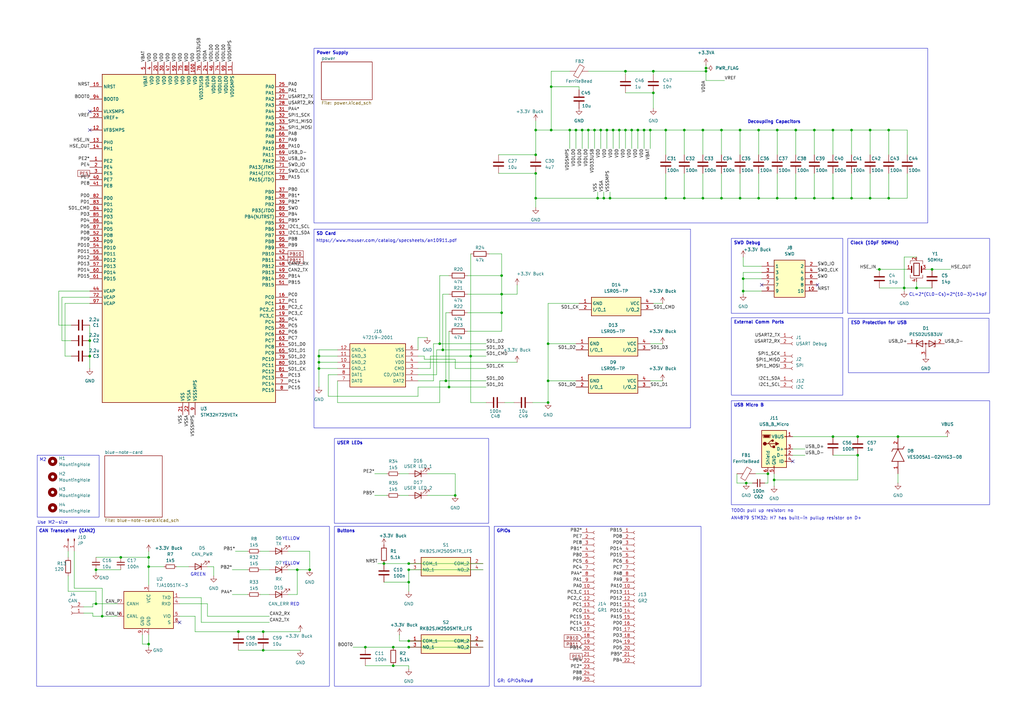
<source format=kicad_sch>
(kicad_sch (version 20250114) (generator "eeschema") (generator_version "9.0")
  (paper "A3")
  (title_block (title "Telemetry") (date "2025-11-26") (company "Quang Dinh Bui"))
  (text "RED" (at 120.904 247.904 0) (effects (font (size 1.27 1.27))))
  (text "https://www.mouser.com/catalog/specsheets/an10911.pdf" (at 158.496 98.806 0) (effects (font (size 1.27 1.27))))
  (text "Use M2-size" (at 21.59 214.376 0) (effects (font (size 1.27 1.27))))
  (text "AN4879 STM32: H7 has built-in pullup resistor on D+" (at 326.644 212.598 0) (effects (font (size 1.27 1.27))))
  (text "GREEN" (at 81.28 235.712 0) (effects (font (size 1.27 1.27))))
  (text "CL=2*(CL0-Cs)=2*(10-3)=14pF" (at 388.874 120.904 0) (effects (font (size 1.27 1.27))))
  (text "TODO: pull up resistor: no" (at 312.674 209.55 0) (effects (font (size 1.27 1.27))))
  (text "YELLOW" (at 119.38 231.14 0) (effects (font (size 1.27 1.27))))
  (text "Decoupling Capacitors" (at 317.5 50.038 0) (effects (font (size 1.27 1.27) (thickness 0.254) (bold yes))))
  (text "YELLOW" (at 119.38 220.98 0) (effects (font (size 1.27 1.27))))
  (text "GR: GPIOsRow#" (at 211.328 279.4 0) (effects (font (size 1.27 1.27))))
  (text_box "SD Card" (at 128.778 93.98 0) (size 154.432 81.534) (margins 0.9525 0.9525 0.9525 0.9525) (effects (font (size 1.27 1.27) (thickness 0.254) (bold yes)) (justify left top)))
  (text_box "Buttons" (at 137.16 215.9 0) (size 63.5 65.532) (margins 0.9525 0.9525 0.9525 0.9525) (effects (font (size 1.27 1.27) (thickness 0.254) (bold yes)) (justify left top)))
  (text_box "USER LEDs" (at 137.16 179.832 0) (size 63.246 34.798) (margins 0.9525 0.9525 0.9525 0.9525) (effects (font (size 1.27 1.27) (thickness 0.254) (bold yes)) (justify left top)))
  (text_box "Clock (10pF 50MHz)" (at 347.726 97.79 0) (size 58.166 30.734) (margins 0.9525 0.9525 0.9525 0.9525) (effects (font (size 1.27 1.27) (thickness 0.254) (bold yes)) (justify left top)))
  (text_box "ESD Protection for USB" (at 347.98 130.556 0) (size 57.658 22.352) (margins 0.9525 0.9525 0.9525 0.9525) (effects (font (size 1.27 1.27) (thickness 0.254) (bold yes)) (justify left top)))
  (text_box "Power Supply" (at 128.778 19.812 0) (size 251.714 71.628) (margins 0.9525 0.9525 0.9525 0.9525) (effects (font (size 1.27 1.27) (thickness 0.254) (bold yes)) (justify left top)))
  (text_box "USB Micro B" (at 299.974 164.338 0) (size 105.918 42.672) (margins 0.9525 0.9525 0.9525 0.9525) (effects (font (size 1.27 1.27) (thickness 0.254) (bold yes)) (justify left top)))
  (text_box "GPIOs" (at 202.692 215.9 0) (size 84.836 65.532) (margins 0.9525 0.9525 0.9525 0.9525) (effects (font (size 1.27 1.27) (thickness 0.254) (bold yes)) (justify left top)))
  (text_box "M2\n" (at 15.24 186.69 0) (size 25.4 25.4) (margins 0.9525 0.9525 0.9525 0.9525) (effects (font (size 1.27 1.27)) (justify left top)))
  (text_box "SWD Debug" (at 299.974 97.79 0) (size 45.72 30.734) (margins 0.9525 0.9525 0.9525 0.9525) (effects (font (size 1.27 1.27) (thickness 0.254) (bold yes)) (justify left top)))
  (text_box "CAN Transceiver (CAN2)" (at 14.986 215.9 0) (size 120.142 65.532) (margins 0.9525 0.9525 0.9525 0.9525) (effects (font (size 1.27 1.27) (thickness 0.254) (bold yes)) (justify left top)))
  (text_box "External Comm Ports" (at 299.974 130.302 0) (size 45.72 31.75) (margins 0.9525 0.9525 0.9525 0.9525) (effects (font (size 1.27 1.27) (thickness 0.254) (bold yes)) (justify left top)))
  (junction (at 248.92 53.34))
  (junction (at 326.39 81.28))
  (junction (at 97.79 259.08))
  (junction (at 39.37 233.68))
  (junction (at 256.54 29.21))
  (junction (at 261.62 53.34))
  (junction (at 341.63 53.34))
  (junction (at 181.61 143.51))
  (junction (at 318.77 81.28))
  (junction (at 205.74 120.65))
  (junction (at 219.71 53.34))
  (junction (at 318.77 53.34))
  (junction (at 360.68 110.49))
  (junction (at 36.83 146.05))
  (junction (at 236.22 53.34))
  (junction (at 314.96 194.31))
  (junction (at 250.19 81.28))
  (junction (at 219.71 71.12))
  (junction (at 107.95 266.7))
  (junction (at 349.25 81.28))
  (junction (at 311.15 81.28))
  (junction (at 121.92 233.68))
  (junction (at 311.15 53.34))
  (junction (at 36.83 139.7))
  (junction (at 334.01 53.34))
  (junction (at 224.79 165.1))
  (junction (at 334.01 81.28))
  (junction (at 130.81 151.13))
  (junction (at 224.79 156.21))
  (junction (at 157.48 231.14))
  (junction (at 288.29 81.28))
  (junction (at 273.05 53.34))
  (junction (at 60.96 228.6))
  (junction (at 205.74 113.03))
  (junction (at 351.79 186.69))
  (junction (at 130.81 146.05))
  (junction (at 219.71 81.28))
  (junction (at 364.49 81.28))
  (junction (at 205.74 128.27))
  (junction (at 289.56 29.21))
  (junction (at 351.79 179.07))
  (junction (at 167.64 233.68))
  (junction (at 130.81 148.59))
  (junction (at 226.06 53.34))
  (junction (at 107.95 259.08))
  (junction (at 303.53 53.34))
  (junction (at 303.53 81.28))
  (junction (at 259.08 53.34))
  (junction (at 267.97 29.21))
  (junction (at 161.29 273.05))
  (junction (at 266.7 53.34))
  (junction (at 267.97 38.1))
  (junction (at 167.64 262.89))
  (junction (at 241.3 53.34))
  (junction (at 41.91 252.73))
  (junction (at 256.54 53.34))
  (junction (at 306.07 198.12))
  (junction (at 243.84 53.34))
  (junction (at 254 53.34))
  (junction (at 167.64 265.43))
  (junction (at 224.79 140.97))
  (junction (at 370.84 118.11))
  (junction (at 280.67 53.34))
  (junction (at 193.04 146.05))
  (junction (at 60.96 232.41))
  (junction (at 186.69 203.2))
  (junction (at 368.3 179.07))
  (junction (at 167.64 238.76))
  (junction (at 161.29 265.43))
  (junction (at 245.11 81.28))
  (junction (at 49.53 228.6))
  (junction (at 375.92 118.11))
  (junction (at 247.65 81.28))
  (junction (at 317.5 196.85))
  (junction (at 180.34 140.97))
  (junction (at 149.86 265.43))
  (junction (at 364.49 53.34))
  (junction (at 184.15 158.75))
  (junction (at 295.91 81.28))
  (junction (at 295.91 53.34))
  (junction (at 251.46 53.34))
  (junction (at 304.8 114.3))
  (junction (at 326.39 53.34))
  (junction (at 167.64 231.14))
  (junction (at 39.37 247.65))
  (junction (at 289.56 27.94))
  (junction (at 349.25 53.34))
  (junction (at 127 233.68))
  (junction (at 60.96 264.16))
  (junction (at 264.16 53.34))
  (junction (at 341.63 179.07))
  (junction (at 182.88 156.21))
  (junction (at 273.05 81.28))
  (junction (at 280.67 81.28))
  (junction (at 341.63 81.28))
  (junction (at 288.29 53.34))
  (junction (at 238.76 53.34))
  (junction (at 226.06 35.56))
  (junction (at 304.8 119.38))
  (junction (at 356.87 81.28))
  (junction (at 246.38 53.34))
  (junction (at 382.27 110.49))
  (junction (at 219.71 63.5))
  (junction (at 356.87 53.34))
  (junction (at 233.68 53.34))
  (no_connect (at 73.66 255.27))
  (no_connect (at 36.83 53.34))
  (no_connect (at 325.12 189.23))
  (no_connect (at 312.42 116.84))
  (no_connect (at 36.83 45.72))
  (no_connect (at 335.28 116.84))
  (wire (pts (xy 161.29 273.05) (xy 167.64 273.05)))
  (wire (pts (xy 144.78 265.43) (xy 149.86 265.43)))
  (wire (pts (xy 360.68 118.11) (xy 370.84 118.11)))
  (wire (pts (xy 334.01 81.28) (xy 326.39 81.28)))
  (wire (pts (xy 226.06 53.34) (xy 233.68 53.34)))
  (wire (pts (xy 186.69 151.13) (xy 186.69 147.32)))
  (wire (pts (xy 80.01 252.73) (xy 80.01 259.08)))
  (wire (pts (xy 226.06 29.21) (xy 233.68 29.21)))
  (wire (pts (xy 163.83 203.2) (xy 167.64 203.2)))
  (wire (pts (xy 95.25 233.68) (xy 101.6 233.68)))
  (wire (pts (xy 182.88 156.21) (xy 199.39 156.21)))
  (wire (pts (xy 179.07 153.67) (xy 171.45 153.67)))
  (wire (pts (xy 256.54 38.1) (xy 267.97 38.1)))
  (wire (pts (xy 295.91 81.28) (xy 288.29 81.28)))
  (wire (pts (xy 349.25 71.12) (xy 349.25 81.28)))
  (wire (pts (xy 181.61 143.51) (xy 199.39 143.51)))
  (wire (pts (xy 382.27 118.11) (xy 375.92 118.11)))
  (wire (pts (xy 60.96 228.6) (xy 60.96 232.41)))
  (wire (pts (xy 181.61 120.65) (xy 181.61 143.51)))
  (wire (pts (xy 219.71 71.12) (xy 219.71 81.28)))
  (wire (pts (xy 110.49 226.06) (xy 106.68 226.06)))
  (wire (pts (xy 303.53 53.34) (xy 311.15 53.34)))
  (wire (pts (xy 118.11 243.84) (xy 121.92 243.84)))
  (wire (pts (xy 72.39 232.41) (xy 77.47 232.41)))
  (wire (pts (xy 130.81 151.13) (xy 130.81 148.59)))
  (wire (pts (xy 82.55 245.11) (xy 73.66 245.11)))
  (wire (pts (xy 317.5 194.31) (xy 317.5 196.85)))
  (wire (pts (xy 180.34 156.21) (xy 180.34 165.1)))
  (wire (pts (xy 180.34 156.21) (xy 182.88 156.21)))
  (wire (pts (xy 280.67 71.12) (xy 280.67 81.28)))
  (wire (pts (xy 351.79 179.07) (xy 341.63 179.07)))
  (wire (pts (xy 256.54 30.48) (xy 256.54 29.21)))
  (wire (pts (xy 38.1 247.65) (xy 38.1 248.92)))
  (wire (pts (xy 326.39 71.12) (xy 326.39 81.28)))
  (wire (pts (xy 106.68 243.84) (xy 110.49 243.84)))
  (wire (pts (xy 193.04 146.05) (xy 199.39 146.05)))
  (wire (pts (xy 163.83 262.89) (xy 167.64 262.89)))
  (wire (pts (xy 191.77 128.27) (xy 205.74 128.27)))
  (wire (pts (xy 200.66 104.14) (xy 205.74 104.14)))
  (wire (pts (xy 184.15 113.03) (xy 180.34 113.03)))
  (wire (pts (xy 311.15 53.34) (xy 311.15 63.5)))
  (wire (pts (xy 254 53.34) (xy 254 60.96)))
  (wire (pts (xy 173.99 146.05) (xy 171.45 146.05)))
  (wire (pts (xy 167.64 233.68) (xy 198.12 233.68)))
  (wire (pts (xy 171.45 158.75) (xy 171.45 162.56)))
  (wire (pts (xy 58.42 260.35) (xy 58.42 264.16)))
  (wire (pts (xy 271.78 124.46) (xy 267.97 124.46)))
  (wire (pts (xy 121.92 233.68) (xy 127 233.68)))
  (wire (pts (xy 375.92 105.41) (xy 370.84 105.41)))
  (wire (pts (xy 163.83 262.89) (xy 163.83 260.35)))
  (wire (pts (xy 161.29 265.43) (xy 167.64 265.43)))
  (wire (pts (xy 271.78 156.21) (xy 266.7 156.21)))
  (wire (pts (xy 60.96 260.35) (xy 60.96 264.16)))
  (wire (pts (xy 85.09 252.73) (xy 110.49 252.73)))
  (wire (pts (xy 341.63 53.34) (xy 349.25 53.34)))
  (wire (pts (xy 261.62 53.34) (xy 264.16 53.34)))
  (wire (pts (xy 130.81 146.05) (xy 130.81 143.51)))
  (wire (pts (xy 149.86 273.05) (xy 161.29 273.05)))
  (wire (pts (xy 138.43 165.1) (xy 138.43 156.21)))
  (wire (pts (xy 226.06 35.56) (xy 226.06 53.34)))
  (wire (pts (xy 138.43 151.13) (xy 130.81 151.13)))
  (wire (pts (xy 334.01 53.34) (xy 334.01 63.5)))
  (wire (pts (xy 311.15 71.12) (xy 311.15 81.28)))
  (wire (pts (xy 205.74 104.14) (xy 205.74 113.03)))
  (wire (pts (xy 177.8 140.97) (xy 177.8 156.21)))
  (wire (pts (xy 295.91 71.12) (xy 295.91 81.28)))
  (wire (pts (xy 26.67 146.05) (xy 29.21 146.05)))
  (wire (pts (xy 356.87 71.12) (xy 356.87 81.28)))
  (wire (pts (xy 364.49 71.12) (xy 364.49 81.28)))
  (wire (pts (xy 372.11 53.34) (xy 372.11 63.5)))
  (wire (pts (xy 314.96 198.12) (xy 313.69 198.12)))
  (wire (pts (xy 184.15 135.89) (xy 184.15 158.75)))
  (wire (pts (xy 205.74 135.89) (xy 205.74 128.27)))
  (wire (pts (xy 264.16 53.34) (xy 264.16 60.96)))
  (wire (pts (xy 326.39 53.34) (xy 326.39 63.5)))
  (wire (pts (xy 233.68 53.34) (xy 233.68 60.96)))
  (wire (pts (xy 118.11 233.68) (xy 121.92 233.68)))
  (wire (pts (xy 205.74 120.65) (xy 212.09 120.65)))
  (wire (pts (xy 118.11 226.06) (xy 127 226.06)))
  (wire (pts (xy 171.45 162.56) (xy 134.62 162.56)))
  (wire (pts (xy 24.13 119.38) (xy 24.13 133.35)))
  (wire (pts (xy 341.63 71.12) (xy 341.63 81.28)))
  (wire (pts (xy 186.69 151.13) (xy 199.39 151.13)))
  (wire (pts (xy 259.08 53.34) (xy 261.62 53.34)))
  (wire (pts (xy 219.71 49.53) (xy 219.71 53.34)))
  (wire (pts (xy 36.83 146.05) (xy 36.83 151.13)))
  (wire (pts (xy 123.19 266.7) (xy 107.95 266.7)))
  (wire (pts (xy 39.37 242.57) (xy 39.37 247.65)))
  (wire (pts (xy 372.11 71.12) (xy 372.11 81.28)))
  (wire (pts (xy 256.54 53.34) (xy 256.54 60.96)))
  (wire (pts (xy 149.86 265.43) (xy 161.29 265.43)))
  (wire (pts (xy 95.25 243.84) (xy 101.6 243.84)))
  (wire (pts (xy 39.37 233.68) (xy 49.53 233.68)))
  (wire (pts (xy 311.15 81.28) (xy 303.53 81.28)))
  (wire (pts (xy 182.88 128.27) (xy 182.88 156.21)))
  (wire (pts (xy 251.46 53.34) (xy 251.46 60.96)))
  (wire (pts (xy 224.79 140.97) (xy 224.79 156.21)))
  (wire (pts (xy 289.56 27.94) (xy 289.56 29.21)))
  (wire (pts (xy 41.91 241.3) (xy 41.91 252.73)))
  (wire (pts (xy 60.96 226.06) (xy 60.96 228.6)))
  (wire (pts (xy 304.8 111.76) (xy 304.8 114.3)))
  (wire (pts (xy 153.67 203.2) (xy 158.75 203.2)))
  (wire (pts (xy 318.77 71.12) (xy 318.77 81.28)))
  (wire (pts (xy 24.13 119.38) (xy 36.83 119.38)))
  (wire (pts (xy 218.44 165.1) (xy 224.79 165.1)))
  (wire (pts (xy 312.42 111.76) (xy 304.8 111.76)))
  (wire (pts (xy 38.1 252.73) (xy 41.91 252.73)))
  (wire (pts (xy 173.99 147.32) (xy 173.99 146.05)))
  (wire (pts (xy 330.2 186.69) (xy 325.12 186.69)))
  (wire (pts (xy 289.56 26.67) (xy 289.56 27.94)))
  (wire (pts (xy 368.3 179.07) (xy 388.62 179.07)))
  (wire (pts (xy 25.4 121.92) (xy 25.4 139.7)))
  (wire (pts (xy 295.91 53.34) (xy 303.53 53.34)))
  (wire (pts (xy 219.71 53.34) (xy 226.06 53.34)))
  (wire (pts (xy 186.69 203.2) (xy 175.26 203.2)))
  (wire (pts (xy 60.96 264.16) (xy 60.96 265.43)))
  (wire (pts (xy 25.4 121.92) (xy 36.83 121.92)))
  (wire (pts (xy 130.81 143.51) (xy 138.43 143.51)))
  (wire (pts (xy 167.64 262.89) (xy 198.12 262.89)))
  (wire (pts (xy 180.34 165.1) (xy 138.43 165.1)))
  (wire (pts (xy 224.79 156.21) (xy 224.79 165.1)))
  (wire (pts (xy 273.05 53.34) (xy 280.67 53.34)))
  (wire (pts (xy 205.74 113.03) (xy 205.74 120.65)))
  (wire (pts (xy 67.31 232.41) (xy 60.96 232.41)))
  (wire (pts (xy 236.22 53.34) (xy 236.22 60.96)))
  (wire (pts (xy 49.53 228.6) (xy 60.96 228.6)))
  (wire (pts (xy 123.19 259.08) (xy 107.95 259.08)))
  (wire (pts (xy 233.68 53.34) (xy 236.22 53.34)))
  (wire (pts (xy 241.3 53.34) (xy 243.84 53.34)))
  (wire (pts (xy 248.92 53.34) (xy 251.46 53.34)))
  (wire (pts (xy 341.63 81.28) (xy 334.01 81.28)))
  (wire (pts (xy 180.34 140.97) (xy 199.39 140.97)))
  (wire (pts (xy 304.8 114.3) (xy 304.8 119.38)))
  (wire (pts (xy 106.68 233.68) (xy 110.49 233.68)))
  (wire (pts (xy 302.26 194.31) (xy 302.26 198.12)))
  (wire (pts (xy 107.95 266.7) (xy 97.79 266.7)))
  (wire (pts (xy 171.45 158.75) (xy 184.15 158.75)))
  (wire (pts (xy 389.89 110.49) (xy 382.27 110.49)))
  (wire (pts (xy 177.8 156.21) (xy 171.45 156.21)))
  (wire (pts (xy 264.16 53.34) (xy 266.7 53.34)))
  (wire (pts (xy 243.84 53.34) (xy 243.84 60.96)))
  (wire (pts (xy 130.81 158.75) (xy 130.81 151.13)))
  (wire (pts (xy 359.41 110.49) (xy 360.68 110.49)))
  (wire (pts (xy 245.11 81.28) (xy 247.65 81.28)))
  (wire (pts (xy 295.91 53.34) (xy 295.91 63.5)))
  (wire (pts (xy 184.15 128.27) (xy 182.88 128.27)))
  (wire (pts (xy 326.39 81.28) (xy 318.77 81.28)))
  (wire (pts (xy 219.71 53.34) (xy 219.71 63.5)))
  (wire (pts (xy 41.91 252.73) (xy 48.26 252.73)))
  (wire (pts (xy 237.49 35.56) (xy 237.49 36.83)))
  (wire (pts (xy 186.69 194.31) (xy 186.69 203.2)))
  (wire (pts (xy 26.67 124.46) (xy 26.67 146.05)))
  (wire (pts (xy 266.7 53.34) (xy 266.7 60.96)))
  (wire (pts (xy 266.7 53.34) (xy 273.05 53.34)))
  (wire (pts (xy 176.53 151.13) (xy 171.45 151.13)))
  (wire (pts (xy 318.77 81.28) (xy 311.15 81.28)))
  (wire (pts (xy 288.29 53.34) (xy 288.29 63.5)))
  (wire (pts (xy 304.8 109.22) (xy 312.42 109.22)))
  (wire (pts (xy 280.67 53.34) (xy 280.67 63.5)))
  (wire (pts (xy 184.15 158.75) (xy 199.39 158.75)))
  (wire (pts (xy 38.1 252.73) (xy 38.1 251.46)))
  (wire (pts (xy 356.87 81.28) (xy 349.25 81.28)))
  (wire (pts (xy 351.79 179.07) (xy 368.3 179.07)))
  (wire (pts (xy 334.01 53.34) (xy 341.63 53.34)))
  (wire (pts (xy 368.3 194.31) (xy 368.3 198.12)))
  (wire (pts (xy 85.09 232.41) (xy 87.63 232.41)))
  (wire (pts (xy 167.64 231.14) (xy 198.12 231.14)))
  (wire (pts (xy 267.97 29.21) (xy 256.54 29.21)))
  (wire (pts (xy 271.78 140.97) (xy 266.7 140.97)))
  (wire (pts (xy 375.92 118.11) (xy 375.92 115.57)))
  (wire (pts (xy 303.53 81.28) (xy 295.91 81.28)))
  (wire (pts (xy 134.62 162.56) (xy 134.62 153.67)))
  (wire (pts (xy 273.05 53.34) (xy 273.05 63.5)))
  (wire (pts (xy 224.79 124.46) (xy 224.79 140.97)))
  (wire (pts (xy 302.26 198.12) (xy 306.07 198.12)))
  (wire (pts (xy 30.48 226.06) (xy 30.48 241.3)))
  (wire (pts (xy 207.01 165.1) (xy 210.82 165.1)))
  (wire (pts (xy 219.71 81.28) (xy 219.71 85.09)))
  (wire (pts (xy 356.87 53.34) (xy 364.49 53.34)))
  (wire (pts (xy 204.47 71.12) (xy 219.71 71.12)))
  (wire (pts (xy 134.62 153.67) (xy 138.43 153.67)))
  (wire (pts (xy 247.65 81.28) (xy 247.65 78.74)))
  (wire (pts (xy 245.11 81.28) (xy 245.11 78.74)))
  (wire (pts (xy 175.26 194.31) (xy 186.69 194.31)))
  (wire (pts (xy 224.79 140.97) (xy 236.22 140.97)))
  (wire (pts (xy 138.43 146.05) (xy 130.81 146.05)))
  (wire (pts (xy 370.84 119.38) (xy 370.84 118.11)))
  (wire (pts (xy 87.63 232.41) (xy 87.63 236.22)))
  (wire (pts (xy 330.2 184.15) (xy 325.12 184.15)))
  (wire (pts (xy 153.67 194.31) (xy 158.75 194.31)))
  (wire (pts (xy 351.79 196.85) (xy 317.5 196.85)))
  (wire (pts (xy 304.8 105.41) (xy 304.8 109.22)))
  (wire (pts (xy 39.37 233.68) (xy 39.37 234.95)))
  (wire (pts (xy 303.53 53.34) (xy 303.53 63.5)))
  (wire (pts (xy 370.84 118.11) (xy 375.92 118.11)))
  (wire (pts (xy 341.63 53.34) (xy 341.63 63.5)))
  (wire (pts (xy 163.83 194.31) (xy 167.64 194.31)))
  (wire (pts (xy 138.43 148.59) (xy 130.81 148.59)))
  (wire (pts (xy 351.79 186.69) (xy 351.79 196.85)))
  (wire (pts (xy 250.19 81.28) (xy 250.19 78.74)))
  (wire (pts (xy 85.09 252.73) (xy 85.09 247.65)))
  (wire (pts (xy 107.95 259.08) (xy 97.79 259.08)))
  (wire (pts (xy 58.42 264.16) (xy 60.96 264.16)))
  (wire (pts (xy 73.66 247.65) (xy 85.09 247.65)))
  (wire (pts (xy 184.15 120.65) (xy 181.61 120.65)))
  (wire (pts (xy 317.5 196.85) (xy 317.5 199.39)))
  (wire (pts (xy 370.84 105.41) (xy 370.84 118.11)))
  (wire (pts (xy 176.53 146.05) (xy 193.04 146.05)))
  (wire (pts (xy 267.97 38.1) (xy 267.97 44.45)))
  (wire (pts (xy 27.94 236.22) (xy 27.94 242.57)))
  (wire (pts (xy 38.1 248.92) (xy 34.29 248.92)))
  (wire (pts (xy 288.29 53.34) (xy 295.91 53.34)))
  (wire (pts (xy 171.45 143.51) (xy 171.45 138.43)))
  (wire (pts (xy 243.84 53.34) (xy 246.38 53.34)))
  (wire (pts (xy 186.69 147.32) (xy 173.99 147.32)))
  (wire (pts (xy 349.25 53.34) (xy 349.25 63.5)))
  (wire (pts (xy 280.67 53.34) (xy 288.29 53.34)))
  (wire (pts (xy 38.1 251.46) (xy 34.29 251.46)))
  (wire (pts (xy 167.64 238.76) (xy 167.64 233.68)))
  (wire (pts (xy 364.49 53.34) (xy 372.11 53.34)))
  (wire (pts (xy 167.64 242.57) (xy 167.64 238.76)))
  (wire (pts (xy 288.29 81.28) (xy 280.67 81.28)))
  (wire (pts (xy 372.11 81.28) (xy 364.49 81.28)))
  (wire (pts (xy 193.04 165.1) (xy 199.39 165.1)))
  (wire (pts (xy 304.8 119.38) (xy 304.8 120.65)))
  (wire (pts (xy 254 53.34) (xy 256.54 53.34)))
  (wire (pts (xy 267.97 29.21) (xy 289.56 29.21)))
  (wire (pts (xy 259.08 53.34) (xy 259.08 60.96)))
  (wire (pts (xy 204.47 63.5) (xy 219.71 63.5)))
  (wire (pts (xy 39.37 247.65) (xy 48.26 247.65)))
  (wire (pts (xy 382.27 110.49) (xy 379.73 110.49)))
  (wire (pts (xy 39.37 228.6) (xy 49.53 228.6)))
  (wire (pts (xy 24.13 133.35) (xy 29.21 133.35)))
  (wire (pts (xy 226.06 29.21) (xy 226.06 35.56)))
  (wire (pts (xy 246.38 53.34) (xy 248.92 53.34)))
  (wire (pts (xy 273.05 81.28) (xy 250.19 81.28)))
  (wire (pts (xy 38.1 247.65) (xy 39.37 247.65)))
  (wire (pts (xy 341.63 179.07) (xy 325.12 179.07)))
  (wire (pts (xy 312.42 114.3) (xy 304.8 114.3)))
  (wire (pts (xy 334.01 71.12) (xy 334.01 81.28)))
  (wire (pts (xy 326.39 53.34) (xy 334.01 53.34)))
  (wire (pts (xy 27.94 242.57) (xy 39.37 242.57)))
  (wire (pts (xy 193.04 146.05) (xy 193.04 165.1)))
  (wire (pts (xy 256.54 53.34) (xy 259.08 53.34)))
  (wire (pts (xy 27.94 226.06) (xy 27.94 228.6)))
  (wire (pts (xy 191.77 113.03) (xy 205.74 113.03)))
  (wire (pts (xy 82.55 255.27) (xy 110.49 255.27)))
  (wire (pts (xy 297.18 33.02) (xy 289.56 33.02)))
  (wire (pts (xy 314.96 194.31) (xy 314.96 198.12)))
  (wire (pts (xy 30.48 241.3) (xy 41.91 241.3)))
  (wire (pts (xy 224.79 156.21) (xy 236.22 156.21)))
  (wire (pts (xy 288.29 71.12) (xy 288.29 81.28)))
  (wire (pts (xy 80.01 259.08) (xy 97.79 259.08)))
  (wire (pts (xy 219.71 81.28) (xy 245.11 81.28)))
  (wire (pts (xy 127 226.06) (xy 127 233.68)))
  (wire (pts (xy 241.3 29.21) (xy 256.54 29.21)))
  (wire (pts (xy 236.22 53.34) (xy 238.76 53.34)))
  (wire (pts (xy 318.77 53.34) (xy 326.39 53.34)))
  (wire (pts (xy 267.97 30.48) (xy 267.97 29.21)))
  (wire (pts (xy 25.4 139.7) (xy 29.21 139.7)))
  (wire (pts (xy 318.77 53.34) (xy 318.77 63.5)))
  (wire (pts (xy 241.3 53.34) (xy 241.3 60.96)))
  (wire (pts (xy 289.56 29.21) (xy 289.56 33.02)))
  (wire (pts (xy 205.74 128.27) (xy 205.74 120.65)))
  (wire (pts (xy 176.53 146.05) (xy 176.53 151.13)))
  (wire (pts (xy 180.34 140.97) (xy 177.8 140.97)))
  (wire (pts (xy 121.92 243.84) (xy 121.92 233.68)))
  (wire (pts (xy 248.92 53.34) (xy 248.92 60.96)))
  (wire (pts (xy 349.25 53.34) (xy 356.87 53.34)))
  (wire (pts (xy 130.81 148.59) (xy 130.81 146.05)))
  (wire (pts (xy 238.76 53.34) (xy 238.76 60.96)))
  (wire (pts (xy 171.45 138.43) (xy 175.26 138.43)))
  (wire (pts (xy 314.96 194.31) (xy 309.88 194.31)))
  (wire (pts (xy 167.64 265.43) (xy 198.12 265.43)))
  (wire (pts (xy 157.48 238.76) (xy 167.64 238.76)))
  (wire (pts (xy 191.77 120.65) (xy 205.74 120.65)))
  (wire (pts (xy 60.96 232.41) (xy 60.96 240.03)))
  (wire (pts (xy 224.79 124.46) (xy 237.49 124.46)))
  (wire (pts (xy 167.64 274.32) (xy 167.64 273.05)))
  (wire (pts (xy 261.62 53.34) (xy 261.62 60.96)))
  (wire (pts (xy 157.48 231.14) (xy 167.64 231.14)))
  (wire (pts (xy 179.07 143.51) (xy 179.07 153.67)))
  (wire (pts (xy 193.04 104.14) (xy 193.04 146.05)))
  (wire (pts (xy 273.05 71.12) (xy 273.05 81.28)))
  (wire (pts (xy 360.68 110.49) (xy 372.11 110.49)))
  (wire (pts (xy 246.38 53.34) (xy 246.38 60.96)))
  (wire (pts (xy 180.34 113.03) (xy 180.34 140.97)))
  (wire (pts (xy 226.06 35.56) (xy 237.49 35.56)))
  (wire (pts (xy 364.49 81.28) (xy 356.87 81.28)))
  (wire (pts (xy 36.83 139.7) (xy 36.83 146.05)))
  (wire (pts (xy 280.67 81.28) (xy 273.05 81.28)))
  (wire (pts (xy 73.66 252.73) (xy 80.01 252.73)))
  (wire (pts (xy 26.67 124.46) (xy 36.83 124.46)))
  (wire (pts (xy 251.46 53.34) (xy 254 53.34)))
  (wire (pts (xy 312.42 119.38) (xy 304.8 119.38)))
  (wire (pts (xy 96.52 226.06) (xy 101.6 226.06)))
  (wire (pts (xy 247.65 81.28) (xy 250.19 81.28)))
  (wire (pts (xy 306.07 198.12) (xy 308.61 198.12)))
  (wire (pts (xy 356.87 53.34) (xy 356.87 63.5)))
  (wire (pts (xy 341.63 186.69) (xy 351.79 186.69)))
  (wire (pts (xy 212.09 116.84) (xy 212.09 120.65)))
  (wire (pts (xy 36.83 133.35) (xy 36.83 139.7)))
  (wire (pts (xy 82.55 255.27) (xy 82.55 245.11)))
  (wire (pts (xy 191.77 135.89) (xy 205.74 135.89)))
  (wire (pts (xy 179.07 143.51) (xy 181.61 143.51)))
  (wire (pts (xy 303.53 71.12) (xy 303.53 81.28)))
  (wire (pts (xy 238.76 53.34) (xy 241.3 53.34)))
  (wire (pts (xy 349.25 81.28) (xy 341.63 81.28)))
  (wire (pts (xy 364.49 53.34) (xy 364.49 63.5)))
  (wire (pts (xy 311.15 53.34) (xy 318.77 53.34)))
  (wire (pts (xy 154.94 231.14) (xy 157.48 231.14)))
  (wire (pts (xy 171.45 148.59) (xy 212.09 148.59)))
  (label "PB15" (at 118.11 116.84 0))
  (label "SD1_D0" (at 236.22 158.75 180) (effects (font (thickness 0.1588))))
  (label "PA4*" (at 238.76 236.22 180))
  (label "PA8" (at 118.11 55.88 0))
  (label "PD13" (at 36.83 109.22 180))
  (label "PD14" (at 255.27 226.06 180))
  (label "PA10" (at 118.11 60.96 0))
  (label "PD9" (at 255.27 223.52 180))
  (label "PA4*" (at 118.11 45.72 0))
  (label "VDDLD0" (at 87.63 25.4 90))
  (label "PD0" (at 255.27 256.54 180))
  (label "PD5" (at 36.83 93.98 180))
  (label "VDD" (at 77.47 25.4 90))
  (label "NRST" (at 335.28 119.38 0))
  (label "VDDA" (at 85.09 25.4 90))
  (label "PC1" (at 118.11 124.46 0))
  (label "PC6" (at 255.27 231.14 180))
  (label "VDDLD0" (at 238.76 60.96 270))
  (label "SPI1_SCK" (at 320.04 146.05 180) (effects (font (thickness 0.1588))))
  (label "PB8" (at 118.11 99.06 0))
  (label "SD1_CK" (at 199.39 151.13 0))
  (label "PD3" (at 36.83 88.9 180))
  (label "PB14" (at 238.76 266.7 180))
  (label "VDDA" (at 289.56 33.02 270))
  (label "VDD" (at 64.77 25.4 90))
  (label "PC13" (at 118.11 154.94 0))
  (label "PB0" (at 238.76 228.6 180))
  (label "VDDLD0" (at 241.3 60.96 270))
  (label "SPI1_MISO" (at 118.11 50.8 0))
  (label "PD11" (at 255.27 248.92 180))
  (label "VSSA" (at 247.65 78.74 90))
  (label "PC7" (at 255.27 233.68 180))
  (label "PD12" (at 36.83 106.68 180))
  (label "VBAT" (at 59.69 25.4 90))
  (label "USB_D-" (at 387.35 140.97 0))
  (label "SD1_CK" (at 237.49 127 180))
  (label "PB1*" (at 118.11 81.28 0))
  (label "SWD_IO" (at 335.28 109.22 0))
  (label "PC5" (at 238.76 231.14 180))
  (label "SD1_D3" (at 118.11 149.86 0))
  (label "VDD" (at 62.23 25.4 90))
  (label "SD1_D0" (at 199.39 156.21 0))
  (label "PB14" (at 118.11 114.3 0))
  (label "PA15" (at 255.27 254 180))
  (label "VDD" (at 246.38 60.96 270))
  (label "SWO" (at 335.28 114.3 0))
  (label "HSE_OUT" (at 389.89 110.49 0))
  (label "PC14" (at 238.76 256.54 180))
  (label "I2C1_SDA" (at 118.11 96.52 0))
  (label "USB_D+" (at 372.11 140.97 180))
  (label "PE7" (at 238.76 220.98 180))
  (label "PE7" (at 36.83 73.66 180))
  (label "PB4" (at 255.27 271.78 180))
  (label "VDD33USB" (at 82.55 25.4 90))
  (label "CAN_P" (at 43.18 247.65 0))
  (label "PC0" (at 238.76 251.46 180))
  (label "PB5*" (at 255.27 269.24 180))
  (label "PC3_C" (at 118.11 129.54 0))
  (label "PB5*" (at 153.67 203.2 180))
  (label "PA1" (at 238.76 238.76 180))
  (label "USART2_TX" (at 320.04 138.43 180))
  (label "PD11" (at 36.83 104.14 180))
  (label "USB_D-" (at 118.11 63.5 0))
  (label "VSSSMPS" (at 80.01 170.18 270))
  (label "HSE_IN" (at 359.41 110.49 180))
  (label "SPI1_MOSI" (at 118.11 53.34 0))
  (label "SD1_D3" (at 199.39 143.51 0))
  (label "SWD_CLK" (at 118.11 71.12 0))
  (label "PD4" (at 36.83 91.44 180))
  (label "SD1_CMD" (at 36.83 86.36 180))
  (label "SD1_D2" (at 199.39 140.97 0))
  (label "VDDSMPS" (at 95.25 25.4 90))
  (label "PC15" (at 118.11 160.02 0))
  (label "VDD" (at 259.08 60.96 270))
  (label "PD8" (at 36.83 96.52 180))
  (label "CAN2_RX" (at 110.49 252.73 0))
  (label "PC13" (at 238.76 259.08 180))
  (label "PA0" (at 238.76 241.3 180))
  (label "PA9" (at 255.27 238.76 180))
  (label "VDD" (at 251.46 60.96 270))
  (label "PB2*" (at 238.76 218.44 180))
  (label "PC1" (at 238.76 248.92 180))
  (label "SD1_CK" (at 118.11 152.4 0))
  (label "PD10" (at 255.27 251.46 180))
  (label "VREF" (at 297.18 33.02 0))
  (label "PB5*" (at 118.11 91.44 0))
  (label "VREF" (at 36.83 48.26 180))
  (label "SWO" (at 118.11 86.36 0))
  (label "PA10" (at 255.27 241.3 180))
  (label "PD15" (at 36.83 114.3 180))
  (label "SD1_D2" (at 118.11 147.32 0))
  (label "PC2_C" (at 238.76 246.38 180))
  (label "PE4" (at 238.76 271.78 180))
  (label "PC4" (at 118.11 132.08 0))
  (label "PE8" (at 238.76 223.52 180))
  (label "CAN2_TX" (at 110.49 255.27 0))
  (label "PD13" (at 255.27 243.84 180))
  (label "PD0" (at 36.83 81.28 180))
  (label "VDD" (at 248.92 60.96 270))
  (label "PE2*" (at 238.76 274.32 180))
  (label "VDD" (at 264.16 60.96 270))
  (label "PD4" (at 255.27 264.16 180))
  (label "PB4" (at 118.11 88.9 0))
  (label "PA1" (at 118.11 38.1 0) (effects (font (thickness 0.1588))))
  (label "PC7" (at 118.11 139.7 0))
  (label "PD14" (at 36.83 111.76 180))
  (label "PD15" (at 255.27 228.6 180))
  (label "PB8" (at 238.76 276.86 180))
  (label "VDD" (at 256.54 60.96 270))
  (label "PD1" (at 36.83 83.82 180))
  (label "PC3_C" (at 238.76 243.84 180))
  (label "PC15" (at 238.76 254 180))
  (label "PE8" (at 36.83 76.2 180))
  (label "PB9" (at 118.11 101.6 0))
  (label "PA4*" (at 95.25 243.84 180))
  (label "VDDLD0" (at 236.22 60.96 270))
  (label "PA9" (at 118.11 58.42 0))
  (label "VDDLD0" (at 92.71 25.4 90))
  (label "VDD" (at 69.85 25.4 90))
  (label "VDD" (at 74.93 25.4 90))
  (label "VDD33USB" (at 243.84 60.96 270))
  (label "PC4" (at 238.76 233.68 180))
  (label "PD8" (at 255.27 220.98 180))
  (label "BOOT0" (at 144.78 265.43 180) (effects (font (thickness 0.1588))))
  (label "SD1_D3" (at 266.7 143.51 0) (effects (font (thickness 0.1588))))
  (label "SD1_D0" (at 118.11 142.24 0))
  (label "SPI1_SCK" (at 118.11 48.26 0))
  (label "BOOT0" (at 36.83 40.64 180))
  (label "VDDLD0" (at 90.17 25.4 90))
  (label "PE4" (at 36.83 68.58 180))
  (label "PC14" (at 118.11 157.48 0))
  (label "USART2_TX" (at 118.11 40.64 0) (effects (font (thickness 0.1588))))
  (label "PE2*" (at 36.83 66.04 180))
  (label "PA8" (at 255.27 236.22 180))
  (label "CAN2_RX" (at 118.11 109.22 0))
  (label "SD1_CMD" (at 267.97 127 0))
  (label "SD1_D1" (at 199.39 158.75 0))
  (label "I2C1_SCL" (at 320.04 158.75 180))
  (label "PA0" (at 118.11 35.56 0) (effects (font (thickness 0.1588))))
  (label "VDD" (at 80.01 25.4 90))
  (label "PC6" (at 118.11 137.16 0))
  (label "SD1_D2" (at 236.22 143.51 180) (effects (font (thickness 0.1588))))
  (label "CAN2_TX" (at 118.11 111.76 0))
  (label "VSSA" (at 77.47 170.18 270))
  (label "USB_D-" (at 330.2 186.69 0))
  (label "SPI1_MISO" (at 320.04 148.59 180) (effects (font (thickness 0.1588))))
  (label "VBAT" (at 266.7 60.96 270))
  (label "VSS" (at 74.93 170.18 270))
  (label "PB2*" (at 95.25 233.68 180) (effects (font (thickness 0.1588))))
  (label "USART2_RX" (at 118.11 43.18 0) (effects (font (thickness 0.1588))))
  (label "NRST" (at 154.94 231.14 180) (effects (font (thickness 0.1588))))
  (label "PD5" (at 255.27 266.7 180))
  (label "SPI1_MOSI" (at 320.04 151.13 180) (effects (font (thickness 0.1588))))
  (label "VDDSMPS" (at 233.68 60.96 270))
  (label "I2C1_SDA" (at 320.04 156.21 180))
  (label "NRST" (at 36.83 35.56 180))
  (label "PD12" (at 255.27 246.38 180))
  (label "VDD" (at 67.31 25.4 90))
  (label "PC0" (at 118.11 121.92 0))
  (label "PA15" (at 118.11 73.66 0))
  (label "PB0" (at 118.11 78.74 0))
  (label "PD9" (at 36.83 99.06 180))
  (label "USART2_RX" (at 320.04 140.97 180))
  (label "HSE_IN" (at 36.83 58.42 180))
  (label "PB1*" (at 96.52 226.06 180) (effects (font (thickness 0.1588))))
  (label "CAN_N" (at 43.18 252.73 0))
  (label "USB_D+" (at 330.2 184.15 0))
  (label "PC5" (at 118.11 134.62 0))
  (label "PC2_C" (at 118.11 127 0))
  (label "PD10" (at 36.83 101.6 180))
  (label "HSE_OUT" (at 36.83 60.96 180))
  (label "PE2*" (at 153.67 194.31 180))
  (label "USB_D+" (at 118.11 66.04 0))
  (label "VDD" (at 254 60.96 270))
  (label "PD1" (at 255.27 259.08 180))
  (label "SD1_CMD" (at 199.39 146.05 0))
  (label "PB1*" (at 238.76 226.06 180))
  (label "SWD_CLK" (at 335.28 111.76 0))
  (label "VSSSMPS" (at 250.19 78.74 90))
  (label "VDD" (at 72.39 25.4 90))
  (label "SD1_D1" (at 118.11 144.78 0))
  (label "PB2*" (at 118.11 83.82 0))
  (label "VDD" (at 261.62 60.96 270))
  (label "VSS" (at 245.11 78.74 90))
  (label "PB9" (at 238.76 279.4 180))
  (label "PB15" (at 255.27 218.44 180))
  (label "PD3" (at 255.27 261.62 180))
  (label "SWD_IO" (at 118.11 68.58 0))
  (label "SD1_D1" (at 266.7 158.75 0))
  (label "I2C1_SCL" (at 118.11 93.98 0))
  (global_label "PB10" (shape passive) (at 118.11 104.14 0) (effects (font (thickness 0.1588))) (property "Intersheetrefs" "${INTERSHEET_REFS}" (effects (hide yes))))
  (global_label "PE5" (shape passive) (at 36.83 71.12 180) (property "Intersheetrefs" "${INTERSHEET_REFS}" (effects (hide yes))))
  (global_label "PB10" (shape input) (at 238.76 261.62 180) (property "Intersheetrefs" "${INTERSHEET_REFS}" (effects (hide yes))))
  (global_label "PB11" (shape passive) (at 118.11 106.68 0) (effects (font (thickness 0.1588))) (property "Intersheetrefs" "${INTERSHEET_REFS}" (effects (hide yes))))
  (global_label "PB11" (shape input) (at 238.76 264.16 180) (property "Intersheetrefs" "${INTERSHEET_REFS}" (effects (hide yes))))
  (global_label "PE5" (shape passive) (at 238.76 269.24 180) (property "Intersheetrefs" "${INTERSHEET_REFS}" (effects (hide yes))))
  (symbol (lib_id "Device:C") (at 256.54 34.29 180) (unit 1)
    (property "Reference" "C46" (at 260.35 33.0199 0) (effects (justify right)))
    (property "Value" "1u" (at 260.35 35.5599 0) (effects (justify right)))
    (property "Footprint" "Capacitor_SMD:C_0805_2012Metric_Pad1.18x1.45mm_HandSolder" (effects (hide yes)))
    (property "Description" "Unpolarized capacitor" (effects (hide yes)))
  )
  (symbol (lib_id "Interface_CAN_LIN:TJA1051TK-3") (at 60.96 250.19 0) (mirror y) (unit 1)
    (property "Reference" "U2" (at 64.0781 237.49 0) (effects (justify right)))
    (property "Value" "TJA1051TK-3" (at 64.0781 240.03 0) (effects (justify right)))
    (property "Footprint" "Package_DFN_QFN:DFN-8-1EP_3x3mm_P0.65mm_EP1.55x2.4mm" (effects (hide yes)))
    (property "Datasheet" "http://www.nxp.com/docs/en/data-sheet/TJA1051.pdf" (effects (hide yes)))
    (property "Description" "High-Speed CAN Transceiver, separate VIO, silent mode, DFN-8" (effects (hide yes)))
  )
  (symbol (lib_id "power:GND") (at 87.63 236.22 0) (unit 1)
    (property "Reference" "#PWR086" (effects (hide yes)))
    (property "Value" "GND" (at 87.63 241.3 0))
    (property "Description" "Power symbol creates a global label with name \"GND\" , ground" (effects (hide yes)))
  )
  (symbol (lib_id "Device:C_Small") (at 39.37 231.14 0) (unit 1)
    (property "Reference" "C16" (at 41.91 229.87 0) (effects (justify left)))
    (property "Value" "10u" (at 41.91 232.4162 0) (effects (justify left)))
    (property "Footprint" "Capacitor_SMD:C_0805_2012Metric_Pad1.18x1.45mm_HandSolder" (effects (hide yes)))
    (property "Description" "Unpolarized capacitor, small symbol" (effects (hide yes)))
  )
  (symbol (lib_id "Device:C") (at 334.01 67.31 0) (unit 1)
    (property "Reference" "C39" (at 334.518 65.024 0) (effects (justify left)))
    (property "Value" "100n" (at 334.518 69.85 0) (effects (justify left)))
    (property "Footprint" "Capacitor_SMD:C_0603_1608Metric_Pad1.08x0.95mm_HandSolder" (effects (hide yes)))
    (property "Description" "Unpolarized capacitor" (effects (hide yes)))
  )
  (symbol (lib_id "Device:C") (at 356.87 67.31 0) (unit 1)
    (property "Reference" "C42" (at 357.378 65.024 0) (effects (justify left)))
    (property "Value" "100n" (at 357.378 69.85 0) (effects (justify left)))
    (property "Footprint" "Capacitor_SMD:C_0603_1608Metric_Pad1.08x0.95mm_HandSolder" (effects (hide yes)))
    (property "Description" "Unpolarized capacitor" (effects (hide yes)))
  )
  (symbol (lib_id "Connector:Conn_01x25_Socket") (at 243.84 248.92 0) (unit 1)
    (property "Reference" "J14" (at 245.11 247.6499 0) (effects (justify left)))
    (property "Value" "GR1" (at 245.11 250.1899 0) (effects (justify left)))
    (property "Footprint" "Connector_PinSocket_2.00mm:PinSocket_1x25_P2.00mm_Vertical" (effects (hide yes)))
    (property "Description" "Generic connector, single row, 01x25, script generated" (effects (hide yes)))
  )
  (symbol (lib_id "Device:C") (at 219.71 67.31 180) (unit 1)
    (property "Reference" "C30" (at 223.52 66.0399 0) (effects (justify right)))
    (property "Value" "4u7" (at 223.52 68.5799 0) (effects (justify right)))
    (property "Footprint" "Capacitor_SMD:C_0805_2012Metric_Pad1.18x1.45mm_HandSolder" (effects (hide yes)))
    (property "Description" "Unpolarized capacitor" (effects (hide yes)))
  )
  (symbol (lib_id "power:GND") (at 304.8 120.65 0) (unit 1)
    (property "Reference" "#PWR048" (effects (hide yes)))
    (property "Value" "GND" (at 304.8 125.73 0))
    (property "Description" "Power symbol creates a global label with name \"GND\" , ground" (effects (hide yes)))
  )
  (symbol (lib_id "power:+3.3V") (at 123.19 259.08 0) (unit 1)
    (property "Reference" "#PWR037" (effects (hide yes)))
    (property "Value" "+3.3V Buck" (at 116.84 260.858 0) (effects (justify left)))
    (property "Description" "Power symbol creates a global label with name \"+3.3V\"" (effects (hide yes)))
  )
  (symbol (lib_id "Device:R") (at 27.94 232.41 0) (unit 1)
    (property "Reference" "R13" (at 23.368 231.14 0) (effects (justify left)))
    (property "Value" "120" (at 22.352 233.426 0) (effects (justify left)))
    (property "Footprint" "Resistor_SMD:R_0603_1608Metric_Pad0.98x0.95mm_HandSolder" (effects (hide yes)))
    (property "Description" "Resistor" (effects (hide yes)))
  )
  (symbol (lib_id "Device:C") (at 214.63 165.1 90) (unit 1)
    (property "Reference" "C49" (at 214.63 170.688 90))
    (property "Value" "10u" (at 214.63 168.656 90))
    (property "Footprint" "Capacitor_SMD:C_0805_2012Metric_Pad1.18x1.45mm_HandSolder" (effects (hide yes)))
    (property "Description" "Unpolarized capacitor" (effects (hide yes)))
  )
  (symbol (lib_id "power:+3.3V") (at 212.09 116.84 0) (unit 1)
    (property "Reference" "#PWR02" (effects (hide yes)))
    (property "Value" "+3.3V Buck" (at 211.836 112.268 0) (effects (justify left)))
    (property "Description" "Power symbol creates a global label with name \"+3.3V\"" (effects (hide yes)))
  )
  (symbol (lib_id "Device:LED") (at 171.45 203.2 180) (unit 1)
    (property "Reference" "D17" (at 171.45 197.866 0))
    (property "Value" "USER LED 2" (at 171.45 200.152 0))
    (property "Footprint" "LED_SMD:LED_0805_2012Metric_Pad1.15x1.40mm_HandSolder" (effects (hide yes)))
    (property "Description" "Light emitting diode" (effects (hide yes)))
    (property "Sim.Pins" "1=K 2=A" (effects (hide yes)))
  )
  (symbol (lib_id "Device:C") (at 351.79 182.88 180) (unit 1)
    (property "Reference" "C57" (at 355.6 181.6099 0) (effects (justify right)))
    (property "Value" "1u" (at 355.6 184.1499 0) (effects (justify right)))
    (property "Footprint" "Capacitor_SMD:C_0805_2012Metric_Pad1.18x1.45mm_HandSolder" (effects (hide yes)))
    (property "Description" "Unpolarized capacitor" (effects (hide yes)))
  )
  (symbol (lib_id "SamacSys_Parts:RKB2SJM250SMTR_LFS") (at 167.64 231.14 0) (unit 1)
    (property "Reference" "S1" (at 182.88 223.52 0))
    (property "Value" "RKB2SJM250SMTR_LFS" (at 182.88 226.06 0))
    (property "Footprint" "SamacSys_Parts:RKB2SJM250SMTRLFS" (effects (hide yes)))
    (property "Datasheet" "https://www.ckswitches.com/media/3130/ck_rk_datasheet.pdf" (effects (hide yes)))
    (property "Description" "Tactile Switches J Bend SMT Term 180gf Force" (effects (hide yes)))
    (property "Height" "2.7" (effects (hide yes)))
    (property "Mouser Part Number" "611-RKB2SJM250SMTRLF" (effects (hide yes)))
    (property "Mouser Price/Stock" "https://www.mouser.co.uk/ProductDetail/CK/RKB2SJM250SMTR-LFS?qs=iLbezkQI%252Bsj518EgFgehgw%3D%3D" (effects (hide yes)))
    (property "Manufacturer_Name" "C & K COMPONENTS" (effects (hide yes)))
    (property "Manufacturer_Part_Number" "RKB2SJM250SMTR LFS" (effects (hide yes)))
  )
  (symbol (lib_id "power:+3.3V") (at 271.78 156.21 0) (unit 1)
    (property "Reference" "#PWR073" (effects (hide yes)))
    (property "Value" "+3.3V Buck" (at 271.78 151.13 0))
    (property "Description" "Power symbol creates a global label with name \"+3.3V\"" (effects (hide yes)))
  )
  (symbol (lib_id "power:+3.3V") (at 271.78 124.46 0) (unit 1)
    (property "Reference" "#PWR076" (effects (hide yes)))
    (property "Value" "+3.3V Buck" (at 271.78 119.38 0))
    (property "Description" "Power symbol creates a global label with name \"+3.3V\"" (effects (hide yes)))
  )
  (symbol (lib_id "Device:LED") (at 81.28 232.41 180) (unit 1)
    (property "Reference" "D5" (at 82.8675 224.79 0))
    (property "Value" "CAN_PWR" (at 82.8675 227.33 0))
    (property "Footprint" "LED_SMD:LED_0805_2012Metric_Pad1.15x1.40mm_HandSolder" (effects (hide yes)))
    (property "Description" "Light emitting diode" (effects (hide yes)))
    (property "Sim.Pins" "1=K 2=A" (effects (hide yes)))
  )
  (symbol (lib_id "Connector:Conn_01x22_Socket") (at 260.35 243.84 0) (unit 1)
    (property "Reference" "J13" (at 261.62 243.8399 0) (effects (justify left)))
    (property "Value" "GR2" (at 261.62 246.3799 0) (effects (justify left)))
    (property "Footprint" "Connector_PinSocket_2.00mm:PinSocket_1x22_P2.00mm_Vertical" (effects (hide yes)))
    (property "Description" "Generic connector, single row, 01x22, script generated" (effects (hide yes)))
  )
  (symbol (lib_id "Device:LED") (at 171.45 194.31 180) (unit 1)
    (property "Reference" "D16" (at 171.45 188.976 0))
    (property "Value" "USER LED 1" (at 171.45 191.262 0))
    (property "Footprint" "LED_SMD:LED_0805_2012Metric_Pad1.15x1.40mm_HandSolder" (effects (hide yes)))
    (property "Description" "Light emitting diode" (effects (hide yes)))
    (property "Sim.Pins" "1=K 2=A" (effects (hide yes)))
  )
  (symbol (lib_id "power:GND") (at 370.84 119.38 0) (unit 1)
    (property "Reference" "#PWR06" (effects (hide yes)))
    (property "Value" "GND" (at 370.84 124.46 0))
    (property "Description" "Power symbol creates a global label with name \"GND\" , ground" (effects (hide yes)))
  )
  (symbol (lib_id "Mechanical:MountingHole") (at 21.59 208.28 0) (unit 1) (exclude_from_sim yes) (in_bom no)
    (property "Reference" "H4" (at 24.13 207.0099 0) (effects (justify left)))
    (property "Value" "MountingHole" (at 24.13 209.5499 0) (effects (justify left)))
    (property "Footprint" "MountingHole:MountingHole_2.2mm_M2" (effects (hide yes)))
    (property "Description" "Mounting Hole without connection" (effects (hide yes)))
  )
  (symbol (lib_id "Device:C") (at 97.79 262.89 180) (unit 1)
    (property "Reference" "C58" (at 100.838 261.62 0) (effects (justify right)))
    (property "Value" "100n" (at 100.584 264.16 0) (effects (justify right)))
    (property "Footprint" "Capacitor_SMD:C_0603_1608Metric_Pad1.08x0.95mm_HandSolder" (effects (hide yes)))
    (property "Description" "Unpolarized capacitor" (effects (hide yes)))
  )
  (symbol (lib_id "Connector:Conn_01x02_Socket") (at 29.21 251.46 180) (unit 1)
    (property "Reference" "J4" (at 29.845 243.84 0))
    (property "Value" "CAN" (at 29.845 246.38 0))
    (property "Footprint" "Connector_PinSocket_2.00mm:PinSocket_1x02_P2.00mm_Vertical" (effects (hide yes)))
    (property "Description" "Generic connector, single row, 01x02, script generated" (effects (hide yes)))
  )
  (symbol (lib_id "Device:C") (at 295.91 67.31 0) (unit 1)
    (property "Reference" "C34" (at 296.418 65.024 0) (effects (justify left)))
    (property "Value" "100n" (at 296.418 69.85 0) (effects (justify left)))
    (property "Footprint" "Capacitor_SMD:C_0603_1608Metric_Pad1.08x0.95mm_HandSolder" (effects (hide yes)))
    (property "Description" "Unpolarized capacitor" (effects (hide yes)))
  )
  (symbol (lib_id "Device:C") (at 237.49 40.64 0) (mirror x) (unit 1)
    (property "Reference" "C45" (at 240.284 38.1 0))
    (property "Value" "10u" (at 240.538 43.434 0))
    (property "Footprint" "Capacitor_SMD:C_0805_2012Metric_Pad1.18x1.45mm_HandSolder" (effects (hide yes)))
    (property "Description" "Unpolarized capacitor" (effects (hide yes)))
  )
  (symbol (lib_id "Device:R_Small") (at 104.14 226.06 90) (unit 1)
    (property "Reference" "R8" (at 104.14 220.98 90))
    (property "Value" "1k5" (at 104.14 223.52 90))
    (property "Footprint" "Resistor_SMD:R_0603_1608Metric_Pad0.98x0.95mm_HandSolder" (effects (hide yes)))
    (property "Description" "Resistor, small symbol" (effects (hide yes)))
  )
  (symbol (lib_id "Device:C") (at 364.49 67.31 0) (unit 1)
    (property "Reference" "C43" (at 364.998 65.024 0) (effects (justify left)))
    (property "Value" "100n" (at 364.998 69.85 0) (effects (justify left)))
    (property "Footprint" "Capacitor_SMD:C_0603_1608Metric_Pad1.08x0.95mm_HandSolder" (effects (hide yes)))
    (property "Description" "Unpolarized capacitor" (effects (hide yes)))
  )
  (symbol (lib_id "power:+3.3V") (at 212.09 148.59 0) (unit 1)
    (property "Reference" "#PWR078" (effects (hide yes)))
    (property "Value" "+3.3V Buck" (at 212.09 143.51 0))
    (property "Description" "Power symbol creates a global label with name \"+3.3V\"" (effects (hide yes)))
  )
  (symbol (lib_id "power:GND") (at 39.37 234.95 0) (unit 1)
    (property "Reference" "#PWR030" (effects (hide yes)))
    (property "Value" "GND" (at 42.672 236.982 0))
    (property "Description" "Power symbol creates a global label with name \"GND\" , ground" (effects (hide yes)))
  )
  (symbol (lib_id "Device:FerriteBead") (at 306.07 194.31 90) (unit 1)
    (property "Reference" "FB1" (at 306.0192 186.69 90))
    (property "Value" "FerriteBead" (at 306.0192 189.23 90))
    (property "Footprint" "Inductor_SMD:L_0805_2012Metric_Pad1.05x1.20mm_HandSolder" (effects (hide yes)))
    (property "Description" "Ferrite bead" (effects (hide yes)))
  )
  (symbol (lib_id "power:GND") (at 127 233.68 0) (unit 1)
    (property "Reference" "#PWR087" (effects (hide yes)))
    (property "Value" "GND" (at 127 238.76 0))
    (property "Description" "Power symbol creates a global label with name \"GND\" , ground" (effects (hide yes)))
  )
  (symbol (lib_id "Device:LED") (at 114.3 233.68 180) (unit 1)
    (property "Reference" "D7" (at 114.3 230.886 0))
    (property "Value" "RX" (at 114.3 237.49 0))
    (property "Footprint" "LED_SMD:LED_0805_2012Metric_Pad1.15x1.40mm_HandSolder" (effects (hide yes)))
    (property "Description" "Light emitting diode" (effects (hide yes)))
    (property "Sim.Pins" "1=K 2=A" (effects (hide yes)))
  )
  (symbol (lib_id "SamacSys_Parts:FTSH-105-01-L-DV-K-A") (at 312.42 109.22 0) (unit 1)
    (property "Reference" "J8" (at 323.85 101.6 0))
    (property "Value" "SWD" (at 323.85 104.14 0))
    (property "Footprint" "SamacSys_Parts:FTSH-105-XX-YYY-DV-K-A" (effects (hide yes)))
    (property "Datasheet" "http://suddendocs.samtec.com/prints/ftsh-1xx-xx-xxx-dv-xxx-xxx-mkt.pdf" (effects (hide yes)))
    (property "Description" "1.27mm FTSH series SMT pin header, 10P" (effects (hide yes)))
    (property "Mouser Part Number" "200-FTSH10501LDVKA" (effects (hide yes)))
    (property "Mouser Price/Stock" "https://www.mouser.co.uk/ProductDetail/Samtec/FTSH-105-01-L-DV-K-A?qs=rU5fayqh%252BE17uDIp%252BSnW3Q%3D%3D" (effects (hide yes)))
    (property "Manufacturer_Name" "SAMTEC" (effects (hide yes)))
    (property "Manufacturer_Part_Number" "FTSH-105-01-L-DV-K-A" (effects (hide yes)))
  )
  (symbol (lib_id "Device:C") (at 288.29 67.31 0) (unit 1)
    (property "Reference" "C33" (at 288.798 65.024 0) (effects (justify left)))
    (property "Value" "100n" (at 288.798 69.85 0) (effects (justify left)))
    (property "Footprint" "Capacitor_SMD:C_0603_1608Metric_Pad1.08x0.95mm_HandSolder" (effects (hide yes)))
    (property "Description" "Unpolarized capacitor" (effects (hide yes)))
  )
  (symbol (lib_id "SamacSys_Parts:47219-2001") (at 171.45 156.21 180) (unit 1)
    (property "Reference" "J16" (at 154.94 135.89 0))
    (property "Value" "47219-2001" (at 154.94 138.43 0))
    (property "Footprint" "SamacSys_Parts:472192001" (effects (hide yes)))
    (property "Datasheet" "http://www.molex.com/molex/products/datasheet.jsp?part=active/0472192001_MEMORY_CARD_SOCKET.xml&channel=Products&Lang=en-US" (effects (hide yes)))
    (property "Description" "Molex 47219 Series 8 Way Horizontal Hinged Micro SD Memory Card Connector with Solder Termination" (effects (hide yes)))
    (property "Mouser Part Number" "538-47219-2001" (effects (hide yes)))
    (property "Mouser Price/Stock" "https://www.mouser.co.uk/ProductDetail/Molex/47219-2001?qs=6kT3pPPHxnVaoXw6Dd7beQ%3D%3D" (effects (hide yes)))
    (property "Manufacturer_Name" "Molex" (effects (hide yes)))
    (property "Manufacturer_Part_Number" "47219-2001" (effects (hide yes)))
  )
  (symbol (lib_id "power:+3.3V") (at 219.71 49.53 0) (unit 1)
    (property "Reference" "#PWR029" (effects (hide yes)))
    (property "Value" "+3.3V Buck" (at 211.582 45.72 0) (effects (justify left)))
    (property "Description" "Power symbol creates a global label with name \"+3.3V\"" (effects (hide yes)))
  )
  (symbol (lib_id "power:GND") (at 237.49 44.45 0) (unit 1)
    (property "Reference" "#PWR035" (effects (hide yes)))
    (property "Value" "GND" (at 237.49 49.53 0))
    (property "Description" "Power symbol creates a global label with name \"GND\" , ground" (effects (hide yes)))
  )
  (symbol (lib_id "power:GND") (at 219.71 85.09 0) (unit 1)
    (property "Reference" "#PWR03" (effects (hide yes)))
    (property "Value" "GND" (at 219.71 90.17 0))
    (property "Description" "Power symbol creates a global label with name \"GND\" , ground" (effects (hide yes)))
  )
  (symbol (lib_id "power:GND") (at 175.26 138.43 0) (unit 1)
    (property "Reference" "#PWR089" (effects (hide yes)))
    (property "Value" "GND" (at 175.26 143.51 0))
    (property "Description" "Power symbol creates a global label with name \"GND\" , ground" (effects (hide yes)))
  )
  (symbol (lib_id "Device:R") (at 187.96 113.03 90) (unit 1)
    (property "Reference" "R20" (at 187.96 110.49 90))
    (property "Value" "47k" (at 187.96 115.57 90))
    (property "Footprint" "Resistor_SMD:R_0805_2012Metric_Pad1.20x1.40mm_HandSolder" (effects (hide yes)))
    (property "Description" "Resistor" (effects (hide yes)))
  )
  (symbol (lib_id "Device:C") (at 203.2 165.1 90) (unit 1)
    (property "Reference" "C48" (at 203.2 170.688 90))
    (property "Value" "100n" (at 203.2 168.656 90))
    (property "Footprint" "Capacitor_SMD:C_0603_1608Metric_Pad1.08x0.95mm_HandSolder" (effects (hide yes)))
    (property "Description" "Unpolarized capacitor" (effects (hide yes)))
  )
  (symbol (lib_id "Device:C") (at 349.25 67.31 0) (unit 1)
    (property "Reference" "C41" (at 349.758 65.024 0) (effects (justify left)))
    (property "Value" "100n" (at 349.758 69.85 0) (effects (justify left)))
    (property "Footprint" "Capacitor_SMD:C_0603_1608Metric_Pad1.08x0.95mm_HandSolder" (effects (hide yes)))
    (property "Description" "Unpolarized capacitor" (effects (hide yes)))
  )
  (symbol (lib_id "power:GND") (at 36.83 151.13 0) (unit 1)
    (property "Reference" "#PWR04" (effects (hide yes)))
    (property "Value" "GND" (at 36.83 156.21 0))
    (property "Description" "Power symbol creates a global label with name \"GND\" , ground" (effects (hide yes)))
  )
  (symbol (lib_id "Device:R_Small") (at 104.14 243.84 90) (unit 1)
    (property "Reference" "R33" (at 104.14 238.76 90))
    (property "Value" "1k5" (at 104.14 241.3 90))
    (property "Footprint" "Resistor_SMD:R_0603_1608Metric_Pad0.98x0.95mm_HandSolder" (effects (hide yes)))
    (property "Description" "Resistor, small symbol" (effects (hide yes)))
  )
  (symbol (lib_id "power:GND") (at 368.3 198.12 0) (unit 1)
    (property "Reference" "#PWR077" (effects (hide yes)))
    (property "Value" "GND" (at 368.3 203.2 0))
    (property "Description" "Power symbol creates a global label with name \"GND\" , ground" (effects (hide yes)))
  )
  (symbol (lib_id "Device:C") (at 33.02 133.35 270) (unit 1)
    (property "Reference" "C1" (at 39.37 133.35 90))
    (property "Value" "2.2u" (at 38.608 131.064 90))
    (property "Footprint" "Capacitor_SMD:C_0805_2012Metric_Pad1.18x1.45mm_HandSolder" (effects (hide yes)))
    (property "Description" "Unpolarized capacitor" (effects (hide yes)))
  )
  (symbol (lib_id "power:GND") (at 267.97 44.45 0) (unit 1)
    (property "Reference" "#PWR031" (effects (hide yes)))
    (property "Value" "GND" (at 267.97 49.53 0))
    (property "Description" "Power symbol creates a global label with name \"GND\" , ground" (effects (hide yes)))
  )
  (symbol (lib_id "Device:C") (at 273.05 67.31 0) (unit 1)
    (property "Reference" "C31" (at 273.558 65.024 0) (effects (justify left)))
    (property "Value" "100n" (at 273.558 69.85 0) (effects (justify left)))
    (property "Footprint" "Capacitor_SMD:C_0603_1608Metric_Pad1.08x0.95mm_HandSolder" (effects (hide yes)))
    (property "Description" "Unpolarized capacitor" (effects (hide yes)))
  )
  (symbol (lib_id "Connector:Conn_01x03_Socket") (at 325.12 148.59 0) (unit 1)
    (property "Reference" "J2" (at 326.39 147.3199 0) (effects (justify left)))
    (property "Value" "SPI" (at 326.39 149.8599 0) (effects (justify left)))
    (property "Footprint" "Connector_PinSocket_2.00mm:PinSocket_1x03_P2.00mm_Vertical" (effects (hide yes)))
    (property "Description" "Generic connector, single row, 01x03, script generated" (effects (hide yes)))
  )
  (symbol (lib_id "power:GND") (at 186.69 203.2 0) (unit 1)
    (property "Reference" "#PWR088" (effects (hide yes)))
    (property "Value" "GND" (at 186.69 208.28 0))
    (property "Description" "Power symbol creates a global label with name \"GND\" , ground" (effects (hide yes)))
  )
  (symbol (lib_id "Device:Crystal_GND24") (at 375.92 110.49 0) (unit 1)
    (property "Reference" "Y1" (at 383.54 104.0698 0))
    (property "Value" "50MHz" (at 383.54 106.6098 0))
    (property "Footprint" "Crystal:Crystal_SMD_3225-4Pin_3.2x2.5mm" (effects (hide yes)))
    (property "Description" "Four pin crystal, GND on pins 2 and 4" (effects (hide yes)))
  )
  (symbol (lib_id "Device:C_Small") (at 311.15 198.12 270) (unit 1)
    (property "Reference" "C62" (at 311.15 203.708 90))
    (property "Value" "100n" (at 311.15 201.422 90))
    (property "Footprint" "Capacitor_SMD:C_0603_1608Metric_Pad1.08x0.95mm_HandSolder" (effects (hide yes)))
    (property "Description" "Unpolarized capacitor, small symbol" (effects (hide yes)))
  )
  (symbol (lib_id "power:GND") (at 167.64 274.32 0) (unit 1)
    (property "Reference" "#PWR012" (effects (hide yes)))
    (property "Value" "GND" (at 167.64 279.4 0))
    (property "Description" "Power symbol creates a global label with name \"GND\" , ground" (effects (hide yes)))
  )
  (symbol (lib_id "Device:R_Small") (at 69.85 232.41 90) (unit 1)
    (property "Reference" "R7" (at 69.85 227.33 90))
    (property "Value" "1k5" (at 69.85 229.87 90))
    (property "Footprint" "Resistor_SMD:R_0603_1608Metric_Pad0.98x0.95mm_HandSolder" (effects (hide yes)))
    (property "Description" "Resistor, small symbol" (effects (hide yes)))
  )
  (symbol (lib_id "Mechanical:MountingHole") (at 21.59 195.58 0) (unit 1) (exclude_from_sim yes) (in_bom no)
    (property "Reference" "H2" (at 24.13 194.3099 0) (effects (justify left)))
    (property "Value" "MountingHole" (at 24.13 196.8499 0) (effects (justify left)))
    (property "Footprint" "MountingHole:MountingHole_2.2mm_M2" (effects (hide yes)))
    (property "Description" "Mounting Hole without connection" (effects (hide yes)))
  )
  (symbol (lib_id "Device:R") (at 161.29 269.24 180) (unit 1)
    (property "Reference" "R2" (at 163.83 267.9699 0) (effects (justify right)))
    (property "Value" "5.1k" (at 163.83 270.5099 0) (effects (justify right)))
    (property "Footprint" "Resistor_SMD:R_0603_1608Metric_Pad0.98x0.95mm_HandSolder" (effects (hide yes)))
    (property "Description" "Resistor" (effects (hide yes)))
  )
  (symbol (lib_id "Device:R_Small") (at 161.29 194.31 90) (unit 1)
    (property "Reference" "R34" (at 161.29 189.23 90))
    (property "Value" "1k5" (at 161.29 191.77 90))
    (property "Footprint" "Resistor_SMD:R_0603_1608Metric_Pad0.98x0.95mm_HandSolder" (effects (hide yes)))
    (property "Description" "Resistor, small symbol" (effects (hide yes)))
  )
  (symbol (lib_id "Device:C") (at 382.27 114.3 0) (unit 1)
    (property "Reference" "C5" (at 386.08 113.0299 0) (effects (justify left)))
    (property "Value" "14p" (at 386.08 115.5699 0) (effects (justify left)))
    (property "Footprint" "Capacitor_SMD:C_0603_1608Metric_Pad1.08x0.95mm_HandSolder" (effects (hide yes)))
    (property "Description" "Unpolarized capacitor" (effects (hide yes)))
  )
  (symbol (lib_id "power:+3.3V") (at 60.96 226.06 0) (unit 1)
    (property "Reference" "#PWR032" (effects (hide yes)))
    (property "Value" "+3.3V Buck" (at 63.5 224.7899 0) (effects (justify left)))
    (property "Description" "Power symbol creates a global label with name \"+3.3V\"" (effects (hide yes)))
  )
  (symbol (lib_id "Device:C") (at 280.67 67.31 0) (unit 1)
    (property "Reference" "C32" (at 281.178 65.024 0) (effects (justify left)))
    (property "Value" "100n" (at 281.178 69.85 0) (effects (justify left)))
    (property "Footprint" "Capacitor_SMD:C_0603_1608Metric_Pad1.08x0.95mm_HandSolder" (effects (hide yes)))
    (property "Description" "Unpolarized capacitor" (effects (hide yes)))
  )
  (symbol (lib_id "SamacSys_Parts:LSR05-TP") (at 237.49 124.46 0) (unit 1)
    (property "Reference" "D14" (at 252.73 116.84 0))
    (property "Value" "LSR05-TP" (at 252.73 119.38 0))
    (property "Footprint" "SamacSys_Parts:LSR05TP" (effects (hide yes)))
    (property "Datasheet" "https://www.mccsemi.com/pdf/Products/LSR05(SOT-143).pdf" (effects (hide yes)))
    (property "Description" "18V Clamp 5A (8/20s) Ipp Tvs Diode Surface Mount SOT-143" (effects (hide yes)))
    (property "Height" "1.22" (effects (hide yes)))
    (property "Mouser Part Number" "833-LSR05-TP" (effects (hide yes)))
    (property "Mouser Price/Stock" "https://www.mouser.co.uk/ProductDetail/Micro-Commercial-Components-MCC/LSR05-TP?qs=y6ZabgHbY%252BxRqedPB7emgg%3D%3D" (effects (hide yes)))
    (property "Manufacturer_Name" "MCC" (effects (hide yes)))
    (property "Manufacturer_Part_Number" "LSR05-TP" (effects (hide yes)))
  )
  (symbol (lib_id "Device:C") (at 341.63 67.31 0) (unit 1)
    (property "Reference" "C40" (at 342.138 65.024 0) (effects (justify left)))
    (property "Value" "100n" (at 342.138 69.85 0) (effects (justify left)))
    (property "Footprint" "Capacitor_SMD:C_0603_1608Metric_Pad1.08x0.95mm_HandSolder" (effects (hide yes)))
    (property "Description" "Unpolarized capacitor" (effects (hide yes)))
  )
  (symbol (lib_id "Device:R") (at 187.96 120.65 90) (unit 1)
    (property "Reference" "R21" (at 187.96 118.11 90))
    (property "Value" "47k" (at 187.96 123.19 90))
    (property "Footprint" "Resistor_SMD:R_0805_2012Metric_Pad1.20x1.40mm_HandSolder" (effects (hide yes)))
    (property "Description" "Resistor" (effects (hide yes)))
  )
  (symbol (lib_id "Device:R") (at 196.85 104.14 90) (unit 1)
    (property "Reference" "R24" (at 196.85 101.6 90))
    (property "Value" "47k" (at 196.85 106.68 90))
    (property "Footprint" "Resistor_SMD:R_0805_2012Metric_Pad1.20x1.40mm_HandSolder" (effects (hide yes)))
    (property "Description" "Resistor" (effects (hide yes)))
  )
  (symbol (lib_id "Device:C") (at 372.11 67.31 0) (unit 1)
    (property "Reference" "C44" (at 372.618 65.024 0) (effects (justify left)))
    (property "Value" "100n" (at 372.618 69.85 0) (effects (justify left)))
    (property "Footprint" "Capacitor_SMD:C_0603_1608Metric_Pad1.08x0.95mm_HandSolder" (effects (hide yes)))
    (property "Description" "Unpolarized capacitor" (effects (hide yes)))
  )
  (symbol (lib_id "Device:C") (at 311.15 67.31 0) (unit 1)
    (property "Reference" "C36" (at 311.658 65.024 0) (effects (justify left)))
    (property "Value" "100n" (at 311.658 69.85 0) (effects (justify left)))
    (property "Footprint" "Capacitor_SMD:C_0603_1608Metric_Pad1.08x0.95mm_HandSolder" (effects (hide yes)))
    (property "Description" "Unpolarized capacitor" (effects (hide yes)))
  )
  (symbol (lib_id "Device:C") (at 157.48 234.95 0) (unit 1)
    (property "Reference" "C10" (at 161.29 233.6799 0) (effects (justify left)))
    (property "Value" "100n" (at 161.29 236.2199 0) (effects (justify left)))
    (property "Footprint" "Capacitor_SMD:C_0603_1608Metric_Pad1.08x0.95mm_HandSolder" (effects (hide yes)))
    (property "Description" "Unpolarized capacitor" (effects (hide yes)))
  )
  (symbol (lib_id "power:VBUS") (at 388.62 179.07 0) (unit 1)
    (property "Reference" "#PWR033" (effects (hide yes)))
    (property "Value" "VBUS" (at 388.62 173.99 0))
    (property "Description" "Power symbol creates a global label with name \"VBUS\"" (effects (hide yes)))
  )
  (symbol (lib_id "power:+3.3V") (at 163.83 260.35 0) (unit 1)
    (property "Reference" "#PWR010" (effects (hide yes)))
    (property "Value" "+3.3V Buck" (at 160.02 256.286 0) (effects (justify left)))
    (property "Description" "Power symbol creates a global label with name \"+3.3V\"" (effects (hide yes)))
  )
  (symbol (lib_id "power:GND") (at 123.19 266.7 0) (unit 1)
    (property "Reference" "#PWR074" (effects (hide yes)))
    (property "Value" "GND" (at 123.19 271.78 0))
    (property "Description" "Power symbol creates a global label with name \"GND\" , ground" (effects (hide yes)))
  )
  (symbol (lib_id "Device:R") (at 187.96 135.89 90) (unit 1)
    (property "Reference" "R23" (at 187.96 133.35 90))
    (property "Value" "47k" (at 187.96 138.43 90))
    (property "Footprint" "Resistor_SMD:R_0805_2012Metric_Pad1.20x1.40mm_HandSolder" (effects (hide yes)))
    (property "Description" "Resistor" (effects (hide yes)))
  )
  (symbol (lib_id "Device:C") (at 341.63 182.88 180) (unit 1)
    (property "Reference" "C56" (at 345.44 181.6099 0) (effects (justify right)))
    (property "Value" "100n" (at 345.44 184.1499 0) (effects (justify right)))
    (property "Footprint" "Capacitor_SMD:C_0603_1608Metric_Pad1.08x0.95mm_HandSolder" (effects (hide yes)))
    (property "Description" "Unpolarized capacitor" (effects (hide yes)))
  )
  (symbol (lib_id "Device:R") (at 157.48 227.33 180) (unit 1)
    (property "Reference" "R1" (at 160.02 226.0599 0) (effects (justify right)))
    (property "Value" "5.1k" (at 160.02 228.5999 0) (effects (justify right)))
    (property "Footprint" "Resistor_SMD:R_0603_1608Metric_Pad0.98x0.95mm_HandSolder" (effects (hide yes)))
    (property "Description" "Resistor" (effects (hide yes)))
  )
  (symbol (lib_id "SamacSys_Parts:VESD05A1-02VHG3-08") (at 368.3 179.07 270) (unit 1)
    (property "Reference" "D8" (at 372.11 184.9119 90) (effects (justify left)))
    (property "Value" "VESD05A1-02VHG3-08" (at 372.11 187.4519 90) (effects (justify left)))
    (property "Footprint" "SamacSys_Parts:VESD05A102VHG308" (effects (hide yes)))
    (property "Datasheet" "https://componentsearchengine.com/Datasheets/2/VESD05A1-02VHG3-08.pdf" (effects (hide yes)))
    (property "Description" "ESD Suppressors / TVS Diodes Uni-Directional 5.5V SOD523" (effects (hide yes)))
    (property "Height" "0.75" (effects (hide yes)))
    (property "Mouser Part Number" "78-VESD05A1-02VHG308" (effects (hide yes)))
    (property "Mouser Price/Stock" "https://www.mouser.co.uk/ProductDetail/Vishay-General-Semiconductor/VESD05A1-02VHG3-08?qs=u16ybLDytRa6O84S7ZCUAA%3D%3D" (effects (hide yes)))
    (property "Manufacturer_Name" "Vishay" (effects (hide yes)))
    (property "Manufacturer_Part_Number" "VESD05A1-02VHG3-08" (effects (hide yes)))
  )
  (symbol (lib_id "Device:C") (at 33.02 146.05 270) (unit 1)
    (property "Reference" "C3" (at 39.37 146.05 90))
    (property "Value" "2.2u" (at 38.608 143.764 90))
    (property "Footprint" "Capacitor_SMD:C_0805_2012Metric_Pad1.18x1.45mm_HandSolder" (effects (hide yes)))
    (property "Description" "Unpolarized capacitor" (effects (hide yes)))
  )
  (symbol (lib_id "power:GND") (at 224.79 165.1 0) (unit 1)
    (property "Reference" "#PWR046" (effects (hide yes)))
    (property "Value" "GND" (at 224.79 170.18 0))
    (property "Description" "Power symbol creates a global label with name \"GND\" , ground" (effects (hide yes)))
  )
  (symbol (lib_id "Device:LED") (at 114.3 243.84 180) (unit 1)
    (property "Reference" "D15" (at 114.3 241.046 0))
    (property "Value" "CAN_ERR" (at 114.3 247.65 0))
    (property "Footprint" "LED_SMD:LED_0805_2012Metric_Pad1.15x1.40mm_HandSolder" (effects (hide yes)))
    (property "Description" "Light emitting diode" (effects (hide yes)))
    (property "Sim.Pins" "1=K 2=A" (effects (hide yes)))
  )
  (symbol (lib_id "Mechanical:MountingHole") (at 21.59 201.93 0) (unit 1) (exclude_from_sim yes) (in_bom no)
    (property "Reference" "H3" (at 24.13 200.6599 0) (effects (justify left)))
    (property "Value" "MountingHole" (at 24.13 203.1999 0) (effects (justify left)))
    (property "Footprint" "MountingHole:MountingHole_2.2mm_M2" (effects (hide yes)))
    (property "Description" "Mounting Hole without connection" (effects (hide yes)))
  )
  (symbol (lib_id "power:GND") (at 317.5 199.39 0) (unit 1)
    (property "Reference" "#PWR034" (effects (hide yes)))
    (property "Value" "GND" (at 317.5 204.47 0))
    (property "Description" "Power symbol creates a global label with name \"GND\" , ground" (effects (hide yes)))
  )
  (symbol (lib_id "power:GND") (at 60.96 265.43 0) (unit 1)
    (property "Reference" "#PWR036" (effects (hide yes)))
    (property "Value" "GND" (at 64.77 266.7 0))
    (property "Description" "Power symbol creates a global label with name \"GND\" , ground" (effects (hide yes)))
  )
  (symbol (lib_id "Device:R_Small") (at 104.14 233.68 90) (unit 1)
    (property "Reference" "R32" (at 104.14 228.6 90))
    (property "Value" "1k5" (at 104.14 231.14 90))
    (property "Footprint" "Resistor_SMD:R_0603_1608Metric_Pad0.98x0.95mm_HandSolder" (effects (hide yes)))
    (property "Description" "Resistor, small symbol" (effects (hide yes)))
  )
  (symbol (lib_id "power:PWR_FLAG") (at 289.56 27.94 270) (unit 1)
    (property "Reference" "#FLG02" (effects (hide yes)))
    (property "Value" "PWR_FLAG" (at 293.37 27.9399 90) (effects (justify left)))
    (property "Description" "Special symbol for telling ERC where power comes from" (effects (hide yes)))
  )
  (symbol (lib_id "Device:C") (at 360.68 114.3 0) (unit 1)
    (property "Reference" "C4" (at 364.49 113.0299 0) (effects (justify left)))
    (property "Value" "14p" (at 364.49 115.5699 0) (effects (justify left)))
    (property "Footprint" "Capacitor_SMD:C_0603_1608Metric_Pad1.08x0.95mm_HandSolder" (effects (hide yes)))
    (property "Description" "Unpolarized capacitor" (effects (hide yes)))
  )
  (symbol (lib_id "Mechanical:MountingHole") (at 21.59 189.23 0) (unit 1) (exclude_from_sim yes) (in_bom no)
    (property "Reference" "H1" (at 24.13 187.9599 0) (effects (justify left)))
    (property "Value" "MountingHole" (at 24.13 190.4999 0) (effects (justify left)))
    (property "Footprint" "MountingHole:MountingHole_2.2mm_M2" (effects (hide yes)))
    (property "Description" "Mounting Hole without connection" (effects (hide yes)))
  )
  (symbol (lib_id "Device:D_Zener_Dual_CommonAnode_KKA") (at 379.73 140.97 0) (unit 1)
    (property "Reference" "D1" (at 379.73 134.62 0))
    (property "Value" "PESD2USB3UV" (at 379.73 137.16 0))
    (property "Footprint" "Package_TO_SOT_SMD:SOT-23W" (effects (hide yes)))
    (property "Description" "Dual Zener diode, common anode on pin 3" (effects (hide yes)))
  )
  (symbol (lib_id "Connector:Conn_01x02_Pin") (at 30.48 220.98 270) (unit 1)
    (property "Reference" "J10" (at 31.75 220.3449 90) (effects (justify left)))
    (property "Value" "JP" (at 31.75 222.8849 90) (effects (justify left)))
    (property "Footprint" "Connector_PinHeader_2.00mm:PinHeader_1x02_P2.00mm_Vertical" (effects (hide yes)))
    (property "Description" "Generic connector, single row, 01x02, script generated" (effects (hide yes)))
  )
  (symbol (lib_id "Device:R_Small") (at 161.29 203.2 90) (unit 1)
    (property "Reference" "R35" (at 161.29 198.12 90))
    (property "Value" "1k5" (at 161.29 200.66 90))
    (property "Footprint" "Resistor_SMD:R_0603_1608Metric_Pad0.98x0.95mm_HandSolder" (effects (hide yes)))
    (property "Description" "Resistor, small symbol" (effects (hide yes)))
  )
  (symbol (lib_id "power:+3.3V") (at 271.78 140.97 0) (unit 1)
    (property "Reference" "#PWR075" (effects (hide yes)))
    (property "Value" "+3.3V Buck" (at 271.78 135.89 0))
    (property "Description" "Power symbol creates a global label with name \"+3.3V\"" (effects (hide yes)))
  )
  (symbol (lib_id "Device:LED") (at 114.3 226.06 180) (unit 1)
    (property "Reference" "D6" (at 114.3 220.726 0))
    (property "Value" "TX" (at 114.3 223.012 0))
    (property "Footprint" "LED_SMD:LED_0805_2012Metric_Pad1.15x1.40mm_HandSolder" (effects (hide yes)))
    (property "Description" "Light emitting diode" (effects (hide yes)))
    (property "Sim.Pins" "1=K 2=A" (effects (hide yes)))
  )
  (symbol (lib_id "Device:C_Small") (at 49.53 231.14 0) (unit 1)
    (property "Reference" "C17" (at 52.07 229.87 0) (effects (justify left)))
    (property "Value" "100n" (at 52.07 232.4162 0) (effects (justify left)))
    (property "Footprint" "Capacitor_SMD:C_0603_1608Metric_Pad1.08x0.95mm_HandSolder" (effects (hide yes)))
    (property "Description" "Unpolarized capacitor, small symbol" (effects (hide yes)))
  )
  (symbol (lib_id "power:+3.3VA") (at 289.56 26.67 0) (unit 1)
    (property "Reference" "#PWR01" (effects (hide yes)))
    (property "Value" "+3.3VA" (at 289.56 21.59 0))
    (property "Description" "Power symbol creates a global label with name \"+3.3VA\"" (effects (hide yes)))
  )
  (symbol (lib_id "Device:FerriteBead") (at 237.49 29.21 90) (unit 1)
    (property "Reference" "FB2" (at 237.744 25.146 90))
    (property "Value" "FerriteBead" (at 237.49 33.274 90))
    (property "Footprint" "Inductor_SMD:L_0805_2012Metric_Pad1.15x1.40mm_HandSolder" (effects (hide yes)))
    (property "Description" "Ferrite bead" (effects (hide yes)))
  )
  (symbol (lib_id "power:+3.3V") (at 157.48 223.52 0) (unit 1)
    (property "Reference" "#PWR08" (effects (hide yes)))
    (property "Value" "+3.3V Buck" (at 155.448 219.71 0) (effects (justify left)))
    (property "Description" "Power symbol creates a global label with name \"+3.3V\"" (effects (hide yes)))
  )
  (symbol (lib_id "Device:C") (at 107.95 262.89 180) (unit 1)
    (property "Reference" "C59" (at 111.76 261.6199 0) (effects (justify right)))
    (property "Value" "10u" (at 111.76 264.1599 0) (effects (justify right)))
    (property "Footprint" "Capacitor_SMD:C_0805_2012Metric_Pad1.18x1.45mm_HandSolder" (effects (hide yes)))
    (property "Description" "Unpolarized capacitor" (effects (hide yes)))
  )
  (symbol (lib_id "Device:C") (at 303.53 67.31 0) (unit 1)
    (property "Reference" "C35" (at 304.038 65.024 0) (effects (justify left)))
    (property "Value" "100n" (at 304.038 69.85 0) (effects (justify left)))
    (property "Footprint" "Capacitor_SMD:C_0603_1608Metric_Pad1.08x0.95mm_HandSolder" (effects (hide yes)))
    (property "Description" "Unpolarized capacitor" (effects (hide yes)))
  )
  (symbol (lib_id "SamacSys_Parts:LSR05-TP") (at 236.22 156.21 0) (unit 1)
    (property "Reference" "D9" (at 251.46 148.59 0))
    (property "Value" "LSR05-TP" (at 251.46 151.13 0))
    (property "Footprint" "SamacSys_Parts:LSR05TP" (effects (hide yes)))
    (property "Datasheet" "https://www.mccsemi.com/pdf/Products/LSR05(SOT-143).pdf" (effects (hide yes)))
    (property "Description" "18V Clamp 5A (8/20s) Ipp Tvs Diode Surface Mount SOT-143" (effects (hide yes)))
    (property "Height" "1.22" (effects (hide yes)))
    (property "Mouser Part Number" "833-LSR05-TP" (effects (hide yes)))
    (property "Mouser Price/Stock" "https://www.mouser.co.uk/ProductDetail/Micro-Commercial-Components-MCC/LSR05-TP?qs=y6ZabgHbY%252BxRqedPB7emgg%3D%3D" (effects (hide yes)))
    (property "Manufacturer_Name" "MCC" (effects (hide yes)))
    (property "Manufacturer_Part_Number" "LSR05-TP" (effects (hide yes)))
  )
  (symbol (lib_id "Connector:Conn_01x02_Socket") (at 325.12 138.43 0) (unit 1)
    (property "Reference" "J1" (at 326.39 138.4299 0) (effects (justify left)))
    (property "Value" "USART Debug" (at 326.39 140.9699 0) (effects (justify left)))
    (property "Footprint" "Connector_PinSocket_2.00mm:PinSocket_1x02_P2.00mm_Vertical" (effects (hide yes)))
    (property "Description" "Generic connector, single row, 01x02, script generated" (effects (hide yes)))
  )
  (symbol (lib_id "Device:C") (at 149.86 269.24 0) (unit 1)
    (property "Reference" "C11" (at 153.67 267.9699 0) (effects (justify left)))
    (property "Value" "100n" (at 153.67 270.5099 0) (effects (justify left)))
    (property "Footprint" "Capacitor_SMD:C_0603_1608Metric_Pad1.08x0.95mm_HandSolder" (effects (hide yes)))
    (property "Description" "Unpolarized capacitor" (effects (hide yes)))
  )
  (symbol (lib_id "MCU_ST_STM32H7:STM32H725VETx") (at 77.47 99.06 0) (unit 1)
    (property "Reference" "U3" (at 82.1533 167.64 0) (effects (justify left)))
    (property "Value" "STM32H725VETx" (at 82.1533 170.18 0) (effects (justify left)))
    (property "Footprint" "Package_QFP:LQFP-100_14x14mm_P0.5mm" (effects (hide yes)))
    (property "Datasheet" "https://www.st.com/resource/en/datasheet/stm32h725ve.pdf" (effects (hide yes)))
    (property "Description" "STMicroelectronics Arm Cortex-M7 MCU, 512KB flash, 564KB RAM, 550 MHz, 1.71-3.6V, 69 GPIO, LQFP100" (effects (hide yes)))
  )
  (symbol (lib_id "Device:C") (at 204.47 67.31 180) (unit 1)
    (property "Reference" "C27" (at 208.28 66.0399 0) (effects (justify right)))
    (property "Value" "10u" (at 208.28 68.5799 0) (effects (justify right)))
    (property "Footprint" "Capacitor_SMD:C_0805_2012Metric_Pad1.18x1.45mm_HandSolder" (effects (hide yes)))
    (property "Description" "Unpolarized capacitor" (effects (hide yes)))
  )
  (symbol (lib_id "Connector:USB_B_Micro") (at 317.5 184.15 0) (unit 1)
    (property "Reference" "J11" (at 317.5 171.45 0))
    (property "Value" "USB_B_Micro" (at 317.5 173.99 0))
    (property "Footprint" "Connector_USB:USB_Micro-B_Wuerth_629105150521" (effects (hide yes)))
    (property "Description" "USB Micro Type B connector" (effects (hide yes)))
  )
  (symbol (lib_id "power:GND") (at 306.07 198.12 0) (unit 1)
    (property "Reference" "#PWR028" (effects (hide yes)))
    (property "Value" "GND" (at 306.07 203.2 0))
    (property "Description" "Power symbol creates a global label with name \"GND\" , ground" (effects (hide yes)))
  )
  (symbol (lib_id "power:GND") (at 167.64 242.57 0) (unit 1)
    (property "Reference" "#PWR09" (effects (hide yes)))
    (property "Value" "GND" (at 167.64 247.65 0))
    (property "Description" "Power symbol creates a global label with name \"GND\" , ground" (effects (hide yes)))
  )
  (symbol (lib_id "power:GND") (at 130.81 158.75 0) (unit 1)
    (property "Reference" "#PWR043" (effects (hide yes)))
    (property "Value" "GND" (at 130.81 163.83 0))
    (property "Description" "Power symbol creates a global label with name \"GND\" , ground" (effects (hide yes)))
  )
  (symbol (lib_id "Device:C") (at 318.77 67.31 0) (unit 1)
    (property "Reference" "C37" (at 319.278 65.024 0) (effects (justify left)))
    (property "Value" "100n" (at 319.278 69.85 0) (effects (justify left)))
    (property "Footprint" "Capacitor_SMD:C_0603_1608Metric_Pad1.08x0.95mm_HandSolder" (effects (hide yes)))
    (property "Description" "Unpolarized capacitor" (effects (hide yes)))
  )
  (symbol (lib_id "Device:C") (at 33.02 139.7 270) (unit 1)
    (property "Reference" "C2" (at 39.37 139.7 90))
    (property "Value" "2.2u" (at 38.608 137.414 90))
    (property "Footprint" "Capacitor_SMD:C_0805_2012Metric_Pad1.18x1.45mm_HandSolder" (effects (hide yes)))
    (property "Description" "Unpolarized capacitor" (effects (hide yes)))
  )
  (symbol (lib_id "Device:C") (at 267.97 34.29 180) (unit 1)
    (property "Reference" "C47" (at 271.78 33.0199 0) (effects (justify right)))
    (property "Value" "10n" (at 271.78 35.5599 0) (effects (justify right)))
    (property "Footprint" "Capacitor_SMD:C_0805_2012Metric_Pad1.18x1.45mm_HandSolder" (effects (hide yes)))
    (property "Description" "Unpolarized capacitor" (effects (hide yes)))
  )
  (symbol (lib_id "power:GND") (at 379.73 146.05 0) (unit 1)
    (property "Reference" "#PWR017" (effects (hide yes)))
    (property "Value" "GND" (at 379.73 151.13 0))
    (property "Description" "Power symbol creates a global label with name \"GND\" , ground" (effects (hide yes)))
  )
  (symbol (lib_id "SamacSys_Parts:RKB2SJM250SMTR_LFS") (at 167.64 262.89 0) (unit 1)
    (property "Reference" "S2" (at 182.88 255.27 0))
    (property "Value" "RKB2SJM250SMTR_LFS" (at 182.88 257.81 0))
    (property "Footprint" "SamacSys_Parts:RKB2SJM250SMTRLFS" (effects (hide yes)))
    (property "Datasheet" "https://www.ckswitches.com/media/3130/ck_rk_datasheet.pdf" (effects (hide yes)))
    (property "Description" "Tactile Switches J Bend SMT Term 180gf Force" (effects (hide yes)))
    (property "Height" "2.7" (effects (hide yes)))
    (property "Mouser Part Number" "611-RKB2SJM250SMTRLF" (effects (hide yes)))
    (property "Mouser Price/Stock" "https://www.mouser.co.uk/ProductDetail/CK/RKB2SJM250SMTR-LFS?qs=iLbezkQI%252Bsj518EgFgehgw%3D%3D" (effects (hide yes)))
    (property "Manufacturer_Name" "C & K COMPONENTS" (effects (hide yes)))
    (property "Manufacturer_Part_Number" "RKB2SJM250SMTR LFS" (effects (hide yes)))
  )
  (symbol (lib_id "Device:C") (at 326.39 67.31 0) (unit 1)
    (property "Reference" "C38" (at 326.898 65.024 0) (effects (justify left)))
    (property "Value" "100n" (at 326.898 69.85 0) (effects (justify left)))
    (property "Footprint" "Capacitor_SMD:C_0603_1608Metric_Pad1.08x0.95mm_HandSolder" (effects (hide yes)))
    (property "Description" "Unpolarized capacitor" (effects (hide yes)))
  )
  (symbol (lib_id "power:+3.3V") (at 304.8 105.41 0) (unit 1)
    (property "Reference" "#PWR047" (effects (hide yes)))
    (property "Value" "+3.3V Buck" (at 310.642 102.362 0))
    (property "Description" "Power symbol creates a global label with name \"+3.3V\"" (effects (hide yes)))
  )
  (symbol (lib_id "SamacSys_Parts:LSR05-TP") (at 236.22 140.97 0) (unit 1)
    (property "Reference" "D13" (at 251.46 133.35 0))
    (property "Value" "LSR05-TP" (at 251.46 135.89 0))
    (property "Footprint" "SamacSys_Parts:LSR05TP" (effects (hide yes)))
    (property "Datasheet" "https://www.mccsemi.com/pdf/Products/LSR05(SOT-143).pdf" (effects (hide yes)))
    (property "Description" "18V Clamp 5A (8/20s) Ipp Tvs Diode Surface Mount SOT-143" (effects (hide yes)))
    (property "Height" "1.22" (effects (hide yes)))
    (property "Mouser Part Number" "833-LSR05-TP" (effects (hide yes)))
    (property "Mouser Price/Stock" "https://www.mouser.co.uk/ProductDetail/Micro-Commercial-Components-MCC/LSR05-TP?qs=y6ZabgHbY%252BxRqedPB7emgg%3D%3D" (effects (hide yes)))
    (property "Manufacturer_Name" "MCC" (effects (hide yes)))
    (property "Manufacturer_Part_Number" "LSR05-TP" (effects (hide yes)))
  )
  (symbol (lib_id "Device:R") (at 187.96 128.27 90) (unit 1)
    (property "Reference" "R22" (at 187.96 125.73 90))
    (property "Value" "47k" (at 187.96 130.81 90))
    (property "Footprint" "Resistor_SMD:R_0805_2012Metric_Pad1.20x1.40mm_HandSolder" (effects (hide yes)))
    (property "Description" "Resistor" (effects (hide yes)))
  )
  (symbol (lib_id "Connector:Conn_01x02_Socket") (at 325.12 156.21 0) (unit 1)
    (property "Reference" "J12" (at 326.39 156.2099 0) (effects (justify left)))
    (property "Value" "I2C" (at 326.39 158.7499 0) (effects (justify left)))
    (property "Footprint" "Connector_PinSocket_2.00mm:PinSocket_1x02_P2.00mm_Vertical" (effects (hide yes)))
    (property "Description" "Generic connector, single row, 01x02, script generated" (effects (hide yes)))
  )
  (sheet (at 42.926 186.944) (size 23.622 25.146) (stroke (width 0.1524))
    (property "Sheetname" "blue-note-card" (at 42.926 186.2324 0) (effects (justify left bottom)))
    (property "Sheetfile" "blue-note-card.kicad_sch" (at 42.926 212.6746 0) (effects (justify left top)))
  )
  (sheet (at 131.826 25.4) (size 20.828 15.494) (stroke (width 0.1524))
    (property "Sheetname" "power" (at 131.826 24.6884 0) (effects (justify left bottom)))
    (property "Sheetfile" "power.kicad_sch" (at 131.826 41.4786 0) (effects (justify left top)))
  )
)
</source>
